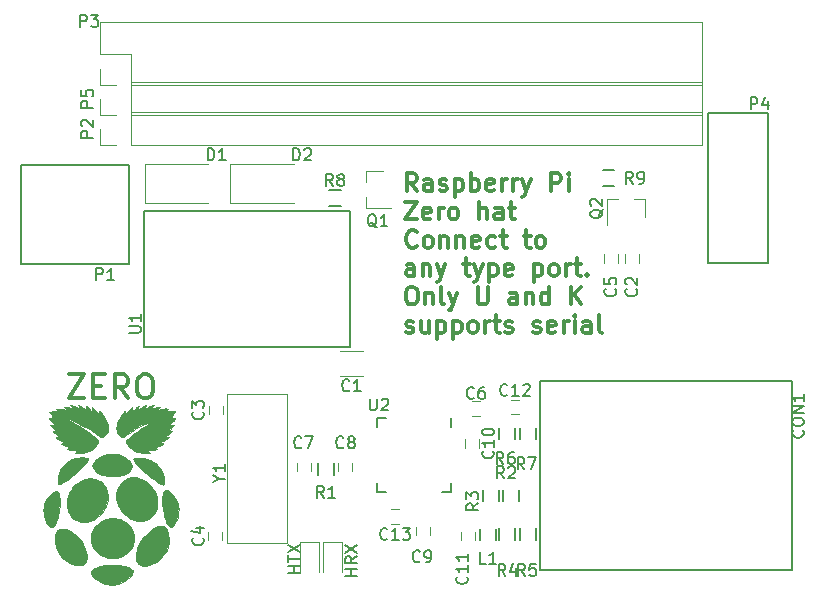
<source format=gbr>
G04 #@! TF.FileFunction,Legend,Top*
%FSLAX46Y46*%
G04 Gerber Fmt 4.6, Leading zero omitted, Abs format (unit mm)*
G04 Created by KiCad (PCBNEW 4.0.1-stable) date 19-02-2017 19:17:03*
%MOMM*%
G01*
G04 APERTURE LIST*
%ADD10C,0.100000*%
%ADD11C,0.150000*%
%ADD12C,0.300000*%
%ADD13C,0.350000*%
%ADD14C,0.120000*%
%ADD15C,0.010000*%
G04 APERTURE END LIST*
D10*
D11*
X-43742619Y12328595D02*
X-44742619Y12328595D01*
X-44266429Y12328595D02*
X-44266429Y12900024D01*
X-43742619Y12900024D02*
X-44742619Y12900024D01*
X-43742619Y13947643D02*
X-44218810Y13614309D01*
X-43742619Y13376214D02*
X-44742619Y13376214D01*
X-44742619Y13757167D01*
X-44695000Y13852405D01*
X-44647381Y13900024D01*
X-44552143Y13947643D01*
X-44409286Y13947643D01*
X-44314048Y13900024D01*
X-44266429Y13852405D01*
X-44218810Y13757167D01*
X-44218810Y13376214D01*
X-44742619Y14280976D02*
X-43742619Y14947643D01*
X-44742619Y14947643D02*
X-43742619Y14280976D01*
X-48568619Y12574643D02*
X-49568619Y12574643D01*
X-49092429Y12574643D02*
X-49092429Y13146072D01*
X-48568619Y13146072D02*
X-49568619Y13146072D01*
X-49568619Y13479405D02*
X-49568619Y14050834D01*
X-48568619Y13765119D02*
X-49568619Y13765119D01*
X-49568619Y14288929D02*
X-48568619Y14955596D01*
X-49568619Y14955596D02*
X-48568619Y14288929D01*
D12*
X-38662714Y44883429D02*
X-39162714Y45597714D01*
X-39519857Y44883429D02*
X-39519857Y46383429D01*
X-38948429Y46383429D01*
X-38805571Y46312000D01*
X-38734143Y46240571D01*
X-38662714Y46097714D01*
X-38662714Y45883429D01*
X-38734143Y45740571D01*
X-38805571Y45669143D01*
X-38948429Y45597714D01*
X-39519857Y45597714D01*
X-37377000Y44883429D02*
X-37377000Y45669143D01*
X-37448429Y45812000D01*
X-37591286Y45883429D01*
X-37877000Y45883429D01*
X-38019857Y45812000D01*
X-37377000Y44954857D02*
X-37519857Y44883429D01*
X-37877000Y44883429D01*
X-38019857Y44954857D01*
X-38091286Y45097714D01*
X-38091286Y45240571D01*
X-38019857Y45383429D01*
X-37877000Y45454857D01*
X-37519857Y45454857D01*
X-37377000Y45526286D01*
X-36734143Y44954857D02*
X-36591286Y44883429D01*
X-36305571Y44883429D01*
X-36162714Y44954857D01*
X-36091286Y45097714D01*
X-36091286Y45169143D01*
X-36162714Y45312000D01*
X-36305571Y45383429D01*
X-36519857Y45383429D01*
X-36662714Y45454857D01*
X-36734143Y45597714D01*
X-36734143Y45669143D01*
X-36662714Y45812000D01*
X-36519857Y45883429D01*
X-36305571Y45883429D01*
X-36162714Y45812000D01*
X-35448428Y45883429D02*
X-35448428Y44383429D01*
X-35448428Y45812000D02*
X-35305571Y45883429D01*
X-35019857Y45883429D01*
X-34877000Y45812000D01*
X-34805571Y45740571D01*
X-34734142Y45597714D01*
X-34734142Y45169143D01*
X-34805571Y45026286D01*
X-34877000Y44954857D01*
X-35019857Y44883429D01*
X-35305571Y44883429D01*
X-35448428Y44954857D01*
X-34091285Y44883429D02*
X-34091285Y46383429D01*
X-34091285Y45812000D02*
X-33948428Y45883429D01*
X-33662714Y45883429D01*
X-33519857Y45812000D01*
X-33448428Y45740571D01*
X-33376999Y45597714D01*
X-33376999Y45169143D01*
X-33448428Y45026286D01*
X-33519857Y44954857D01*
X-33662714Y44883429D01*
X-33948428Y44883429D01*
X-34091285Y44954857D01*
X-32162714Y44954857D02*
X-32305571Y44883429D01*
X-32591285Y44883429D01*
X-32734142Y44954857D01*
X-32805571Y45097714D01*
X-32805571Y45669143D01*
X-32734142Y45812000D01*
X-32591285Y45883429D01*
X-32305571Y45883429D01*
X-32162714Y45812000D01*
X-32091285Y45669143D01*
X-32091285Y45526286D01*
X-32805571Y45383429D01*
X-31448428Y44883429D02*
X-31448428Y45883429D01*
X-31448428Y45597714D02*
X-31377000Y45740571D01*
X-31305571Y45812000D01*
X-31162714Y45883429D01*
X-31019857Y45883429D01*
X-30519857Y44883429D02*
X-30519857Y45883429D01*
X-30519857Y45597714D02*
X-30448429Y45740571D01*
X-30377000Y45812000D01*
X-30234143Y45883429D01*
X-30091286Y45883429D01*
X-29734143Y45883429D02*
X-29377000Y44883429D01*
X-29019858Y45883429D02*
X-29377000Y44883429D01*
X-29519858Y44526286D01*
X-29591286Y44454857D01*
X-29734143Y44383429D01*
X-27305572Y44883429D02*
X-27305572Y46383429D01*
X-26734144Y46383429D01*
X-26591286Y46312000D01*
X-26519858Y46240571D01*
X-26448429Y46097714D01*
X-26448429Y45883429D01*
X-26519858Y45740571D01*
X-26591286Y45669143D01*
X-26734144Y45597714D01*
X-27305572Y45597714D01*
X-25805572Y44883429D02*
X-25805572Y45883429D01*
X-25805572Y46383429D02*
X-25877001Y46312000D01*
X-25805572Y46240571D01*
X-25734144Y46312000D01*
X-25805572Y46383429D01*
X-25805572Y46240571D01*
X-39662714Y43983429D02*
X-38662714Y43983429D01*
X-39662714Y42483429D01*
X-38662714Y42483429D01*
X-37519858Y42554857D02*
X-37662715Y42483429D01*
X-37948429Y42483429D01*
X-38091286Y42554857D01*
X-38162715Y42697714D01*
X-38162715Y43269143D01*
X-38091286Y43412000D01*
X-37948429Y43483429D01*
X-37662715Y43483429D01*
X-37519858Y43412000D01*
X-37448429Y43269143D01*
X-37448429Y43126286D01*
X-38162715Y42983429D01*
X-36805572Y42483429D02*
X-36805572Y43483429D01*
X-36805572Y43197714D02*
X-36734144Y43340571D01*
X-36662715Y43412000D01*
X-36519858Y43483429D01*
X-36377001Y43483429D01*
X-35662715Y42483429D02*
X-35805573Y42554857D01*
X-35877001Y42626286D01*
X-35948430Y42769143D01*
X-35948430Y43197714D01*
X-35877001Y43340571D01*
X-35805573Y43412000D01*
X-35662715Y43483429D01*
X-35448430Y43483429D01*
X-35305573Y43412000D01*
X-35234144Y43340571D01*
X-35162715Y43197714D01*
X-35162715Y42769143D01*
X-35234144Y42626286D01*
X-35305573Y42554857D01*
X-35448430Y42483429D01*
X-35662715Y42483429D01*
X-33377001Y42483429D02*
X-33377001Y43983429D01*
X-32734144Y42483429D02*
X-32734144Y43269143D01*
X-32805573Y43412000D01*
X-32948430Y43483429D01*
X-33162715Y43483429D01*
X-33305573Y43412000D01*
X-33377001Y43340571D01*
X-31377001Y42483429D02*
X-31377001Y43269143D01*
X-31448430Y43412000D01*
X-31591287Y43483429D01*
X-31877001Y43483429D01*
X-32019858Y43412000D01*
X-31377001Y42554857D02*
X-31519858Y42483429D01*
X-31877001Y42483429D01*
X-32019858Y42554857D01*
X-32091287Y42697714D01*
X-32091287Y42840571D01*
X-32019858Y42983429D01*
X-31877001Y43054857D01*
X-31519858Y43054857D01*
X-31377001Y43126286D01*
X-30877001Y43483429D02*
X-30305572Y43483429D01*
X-30662715Y43983429D02*
X-30662715Y42697714D01*
X-30591287Y42554857D01*
X-30448429Y42483429D01*
X-30305572Y42483429D01*
X-38662714Y40226286D02*
X-38734143Y40154857D01*
X-38948429Y40083429D01*
X-39091286Y40083429D01*
X-39305571Y40154857D01*
X-39448429Y40297714D01*
X-39519857Y40440571D01*
X-39591286Y40726286D01*
X-39591286Y40940571D01*
X-39519857Y41226286D01*
X-39448429Y41369143D01*
X-39305571Y41512000D01*
X-39091286Y41583429D01*
X-38948429Y41583429D01*
X-38734143Y41512000D01*
X-38662714Y41440571D01*
X-37805571Y40083429D02*
X-37948429Y40154857D01*
X-38019857Y40226286D01*
X-38091286Y40369143D01*
X-38091286Y40797714D01*
X-38019857Y40940571D01*
X-37948429Y41012000D01*
X-37805571Y41083429D01*
X-37591286Y41083429D01*
X-37448429Y41012000D01*
X-37377000Y40940571D01*
X-37305571Y40797714D01*
X-37305571Y40369143D01*
X-37377000Y40226286D01*
X-37448429Y40154857D01*
X-37591286Y40083429D01*
X-37805571Y40083429D01*
X-36662714Y41083429D02*
X-36662714Y40083429D01*
X-36662714Y40940571D02*
X-36591286Y41012000D01*
X-36448428Y41083429D01*
X-36234143Y41083429D01*
X-36091286Y41012000D01*
X-36019857Y40869143D01*
X-36019857Y40083429D01*
X-35305571Y41083429D02*
X-35305571Y40083429D01*
X-35305571Y40940571D02*
X-35234143Y41012000D01*
X-35091285Y41083429D01*
X-34877000Y41083429D01*
X-34734143Y41012000D01*
X-34662714Y40869143D01*
X-34662714Y40083429D01*
X-33377000Y40154857D02*
X-33519857Y40083429D01*
X-33805571Y40083429D01*
X-33948428Y40154857D01*
X-34019857Y40297714D01*
X-34019857Y40869143D01*
X-33948428Y41012000D01*
X-33805571Y41083429D01*
X-33519857Y41083429D01*
X-33377000Y41012000D01*
X-33305571Y40869143D01*
X-33305571Y40726286D01*
X-34019857Y40583429D01*
X-32019857Y40154857D02*
X-32162714Y40083429D01*
X-32448428Y40083429D01*
X-32591286Y40154857D01*
X-32662714Y40226286D01*
X-32734143Y40369143D01*
X-32734143Y40797714D01*
X-32662714Y40940571D01*
X-32591286Y41012000D01*
X-32448428Y41083429D01*
X-32162714Y41083429D01*
X-32019857Y41012000D01*
X-31591286Y41083429D02*
X-31019857Y41083429D01*
X-31377000Y41583429D02*
X-31377000Y40297714D01*
X-31305572Y40154857D01*
X-31162714Y40083429D01*
X-31019857Y40083429D01*
X-29591286Y41083429D02*
X-29019857Y41083429D01*
X-29377000Y41583429D02*
X-29377000Y40297714D01*
X-29305572Y40154857D01*
X-29162714Y40083429D01*
X-29019857Y40083429D01*
X-28305571Y40083429D02*
X-28448429Y40154857D01*
X-28519857Y40226286D01*
X-28591286Y40369143D01*
X-28591286Y40797714D01*
X-28519857Y40940571D01*
X-28448429Y41012000D01*
X-28305571Y41083429D01*
X-28091286Y41083429D01*
X-27948429Y41012000D01*
X-27877000Y40940571D01*
X-27805571Y40797714D01*
X-27805571Y40369143D01*
X-27877000Y40226286D01*
X-27948429Y40154857D01*
X-28091286Y40083429D01*
X-28305571Y40083429D01*
X-38877000Y37683429D02*
X-38877000Y38469143D01*
X-38948429Y38612000D01*
X-39091286Y38683429D01*
X-39377000Y38683429D01*
X-39519857Y38612000D01*
X-38877000Y37754857D02*
X-39019857Y37683429D01*
X-39377000Y37683429D01*
X-39519857Y37754857D01*
X-39591286Y37897714D01*
X-39591286Y38040571D01*
X-39519857Y38183429D01*
X-39377000Y38254857D01*
X-39019857Y38254857D01*
X-38877000Y38326286D01*
X-38162714Y38683429D02*
X-38162714Y37683429D01*
X-38162714Y38540571D02*
X-38091286Y38612000D01*
X-37948428Y38683429D01*
X-37734143Y38683429D01*
X-37591286Y38612000D01*
X-37519857Y38469143D01*
X-37519857Y37683429D01*
X-36948428Y38683429D02*
X-36591285Y37683429D01*
X-36234143Y38683429D02*
X-36591285Y37683429D01*
X-36734143Y37326286D01*
X-36805571Y37254857D01*
X-36948428Y37183429D01*
X-34734143Y38683429D02*
X-34162714Y38683429D01*
X-34519857Y39183429D02*
X-34519857Y37897714D01*
X-34448429Y37754857D01*
X-34305571Y37683429D01*
X-34162714Y37683429D01*
X-33805571Y38683429D02*
X-33448428Y37683429D01*
X-33091286Y38683429D02*
X-33448428Y37683429D01*
X-33591286Y37326286D01*
X-33662714Y37254857D01*
X-33805571Y37183429D01*
X-32519857Y38683429D02*
X-32519857Y37183429D01*
X-32519857Y38612000D02*
X-32377000Y38683429D01*
X-32091286Y38683429D01*
X-31948429Y38612000D01*
X-31877000Y38540571D01*
X-31805571Y38397714D01*
X-31805571Y37969143D01*
X-31877000Y37826286D01*
X-31948429Y37754857D01*
X-32091286Y37683429D01*
X-32377000Y37683429D01*
X-32519857Y37754857D01*
X-30591286Y37754857D02*
X-30734143Y37683429D01*
X-31019857Y37683429D01*
X-31162714Y37754857D01*
X-31234143Y37897714D01*
X-31234143Y38469143D01*
X-31162714Y38612000D01*
X-31019857Y38683429D01*
X-30734143Y38683429D01*
X-30591286Y38612000D01*
X-30519857Y38469143D01*
X-30519857Y38326286D01*
X-31234143Y38183429D01*
X-28734143Y38683429D02*
X-28734143Y37183429D01*
X-28734143Y38612000D02*
X-28591286Y38683429D01*
X-28305572Y38683429D01*
X-28162715Y38612000D01*
X-28091286Y38540571D01*
X-28019857Y38397714D01*
X-28019857Y37969143D01*
X-28091286Y37826286D01*
X-28162715Y37754857D01*
X-28305572Y37683429D01*
X-28591286Y37683429D01*
X-28734143Y37754857D01*
X-27162714Y37683429D02*
X-27305572Y37754857D01*
X-27377000Y37826286D01*
X-27448429Y37969143D01*
X-27448429Y38397714D01*
X-27377000Y38540571D01*
X-27305572Y38612000D01*
X-27162714Y38683429D01*
X-26948429Y38683429D01*
X-26805572Y38612000D01*
X-26734143Y38540571D01*
X-26662714Y38397714D01*
X-26662714Y37969143D01*
X-26734143Y37826286D01*
X-26805572Y37754857D01*
X-26948429Y37683429D01*
X-27162714Y37683429D01*
X-26019857Y37683429D02*
X-26019857Y38683429D01*
X-26019857Y38397714D02*
X-25948429Y38540571D01*
X-25877000Y38612000D01*
X-25734143Y38683429D01*
X-25591286Y38683429D01*
X-25305572Y38683429D02*
X-24734143Y38683429D01*
X-25091286Y39183429D02*
X-25091286Y37897714D01*
X-25019858Y37754857D01*
X-24877000Y37683429D01*
X-24734143Y37683429D01*
X-24234143Y37826286D02*
X-24162715Y37754857D01*
X-24234143Y37683429D01*
X-24305572Y37754857D01*
X-24234143Y37826286D01*
X-24234143Y37683429D01*
X-39234143Y36783429D02*
X-38948429Y36783429D01*
X-38805571Y36712000D01*
X-38662714Y36569143D01*
X-38591286Y36283429D01*
X-38591286Y35783429D01*
X-38662714Y35497714D01*
X-38805571Y35354857D01*
X-38948429Y35283429D01*
X-39234143Y35283429D01*
X-39377000Y35354857D01*
X-39519857Y35497714D01*
X-39591286Y35783429D01*
X-39591286Y36283429D01*
X-39519857Y36569143D01*
X-39377000Y36712000D01*
X-39234143Y36783429D01*
X-37948428Y36283429D02*
X-37948428Y35283429D01*
X-37948428Y36140571D02*
X-37877000Y36212000D01*
X-37734142Y36283429D01*
X-37519857Y36283429D01*
X-37377000Y36212000D01*
X-37305571Y36069143D01*
X-37305571Y35283429D01*
X-36376999Y35283429D02*
X-36519857Y35354857D01*
X-36591285Y35497714D01*
X-36591285Y36783429D01*
X-35948428Y36283429D02*
X-35591285Y35283429D01*
X-35234143Y36283429D02*
X-35591285Y35283429D01*
X-35734143Y34926286D01*
X-35805571Y34854857D01*
X-35948428Y34783429D01*
X-33519857Y36783429D02*
X-33519857Y35569143D01*
X-33448429Y35426286D01*
X-33377000Y35354857D01*
X-33234143Y35283429D01*
X-32948429Y35283429D01*
X-32805571Y35354857D01*
X-32734143Y35426286D01*
X-32662714Y35569143D01*
X-32662714Y36783429D01*
X-30162714Y35283429D02*
X-30162714Y36069143D01*
X-30234143Y36212000D01*
X-30377000Y36283429D01*
X-30662714Y36283429D01*
X-30805571Y36212000D01*
X-30162714Y35354857D02*
X-30305571Y35283429D01*
X-30662714Y35283429D01*
X-30805571Y35354857D01*
X-30877000Y35497714D01*
X-30877000Y35640571D01*
X-30805571Y35783429D01*
X-30662714Y35854857D01*
X-30305571Y35854857D01*
X-30162714Y35926286D01*
X-29448428Y36283429D02*
X-29448428Y35283429D01*
X-29448428Y36140571D02*
X-29377000Y36212000D01*
X-29234142Y36283429D01*
X-29019857Y36283429D01*
X-28877000Y36212000D01*
X-28805571Y36069143D01*
X-28805571Y35283429D01*
X-27448428Y35283429D02*
X-27448428Y36783429D01*
X-27448428Y35354857D02*
X-27591285Y35283429D01*
X-27876999Y35283429D01*
X-28019857Y35354857D01*
X-28091285Y35426286D01*
X-28162714Y35569143D01*
X-28162714Y35997714D01*
X-28091285Y36140571D01*
X-28019857Y36212000D01*
X-27876999Y36283429D01*
X-27591285Y36283429D01*
X-27448428Y36212000D01*
X-25591285Y35283429D02*
X-25591285Y36783429D01*
X-24734142Y35283429D02*
X-25376999Y36140571D01*
X-24734142Y36783429D02*
X-25591285Y35926286D01*
X-39591286Y32954857D02*
X-39448429Y32883429D01*
X-39162714Y32883429D01*
X-39019857Y32954857D01*
X-38948429Y33097714D01*
X-38948429Y33169143D01*
X-39019857Y33312000D01*
X-39162714Y33383429D01*
X-39377000Y33383429D01*
X-39519857Y33454857D01*
X-39591286Y33597714D01*
X-39591286Y33669143D01*
X-39519857Y33812000D01*
X-39377000Y33883429D01*
X-39162714Y33883429D01*
X-39019857Y33812000D01*
X-37662714Y33883429D02*
X-37662714Y32883429D01*
X-38305571Y33883429D02*
X-38305571Y33097714D01*
X-38234143Y32954857D01*
X-38091285Y32883429D01*
X-37877000Y32883429D01*
X-37734143Y32954857D01*
X-37662714Y33026286D01*
X-36948428Y33883429D02*
X-36948428Y32383429D01*
X-36948428Y33812000D02*
X-36805571Y33883429D01*
X-36519857Y33883429D01*
X-36377000Y33812000D01*
X-36305571Y33740571D01*
X-36234142Y33597714D01*
X-36234142Y33169143D01*
X-36305571Y33026286D01*
X-36377000Y32954857D01*
X-36519857Y32883429D01*
X-36805571Y32883429D01*
X-36948428Y32954857D01*
X-35591285Y33883429D02*
X-35591285Y32383429D01*
X-35591285Y33812000D02*
X-35448428Y33883429D01*
X-35162714Y33883429D01*
X-35019857Y33812000D01*
X-34948428Y33740571D01*
X-34876999Y33597714D01*
X-34876999Y33169143D01*
X-34948428Y33026286D01*
X-35019857Y32954857D01*
X-35162714Y32883429D01*
X-35448428Y32883429D01*
X-35591285Y32954857D01*
X-34019856Y32883429D02*
X-34162714Y32954857D01*
X-34234142Y33026286D01*
X-34305571Y33169143D01*
X-34305571Y33597714D01*
X-34234142Y33740571D01*
X-34162714Y33812000D01*
X-34019856Y33883429D01*
X-33805571Y33883429D01*
X-33662714Y33812000D01*
X-33591285Y33740571D01*
X-33519856Y33597714D01*
X-33519856Y33169143D01*
X-33591285Y33026286D01*
X-33662714Y32954857D01*
X-33805571Y32883429D01*
X-34019856Y32883429D01*
X-32876999Y32883429D02*
X-32876999Y33883429D01*
X-32876999Y33597714D02*
X-32805571Y33740571D01*
X-32734142Y33812000D01*
X-32591285Y33883429D01*
X-32448428Y33883429D01*
X-32162714Y33883429D02*
X-31591285Y33883429D01*
X-31948428Y34383429D02*
X-31948428Y33097714D01*
X-31877000Y32954857D01*
X-31734142Y32883429D01*
X-31591285Y32883429D01*
X-31162714Y32954857D02*
X-31019857Y32883429D01*
X-30734142Y32883429D01*
X-30591285Y32954857D01*
X-30519857Y33097714D01*
X-30519857Y33169143D01*
X-30591285Y33312000D01*
X-30734142Y33383429D01*
X-30948428Y33383429D01*
X-31091285Y33454857D01*
X-31162714Y33597714D01*
X-31162714Y33669143D01*
X-31091285Y33812000D01*
X-30948428Y33883429D01*
X-30734142Y33883429D01*
X-30591285Y33812000D01*
X-28805571Y32954857D02*
X-28662714Y32883429D01*
X-28376999Y32883429D01*
X-28234142Y32954857D01*
X-28162714Y33097714D01*
X-28162714Y33169143D01*
X-28234142Y33312000D01*
X-28376999Y33383429D01*
X-28591285Y33383429D01*
X-28734142Y33454857D01*
X-28805571Y33597714D01*
X-28805571Y33669143D01*
X-28734142Y33812000D01*
X-28591285Y33883429D01*
X-28376999Y33883429D01*
X-28234142Y33812000D01*
X-26948428Y32954857D02*
X-27091285Y32883429D01*
X-27376999Y32883429D01*
X-27519856Y32954857D01*
X-27591285Y33097714D01*
X-27591285Y33669143D01*
X-27519856Y33812000D01*
X-27376999Y33883429D01*
X-27091285Y33883429D01*
X-26948428Y33812000D01*
X-26876999Y33669143D01*
X-26876999Y33526286D01*
X-27591285Y33383429D01*
X-26234142Y32883429D02*
X-26234142Y33883429D01*
X-26234142Y33597714D02*
X-26162714Y33740571D01*
X-26091285Y33812000D01*
X-25948428Y33883429D01*
X-25805571Y33883429D01*
X-25305571Y32883429D02*
X-25305571Y33883429D01*
X-25305571Y34383429D02*
X-25377000Y34312000D01*
X-25305571Y34240571D01*
X-25234143Y34312000D01*
X-25305571Y34383429D01*
X-25305571Y34240571D01*
X-23948428Y32883429D02*
X-23948428Y33669143D01*
X-24019857Y33812000D01*
X-24162714Y33883429D01*
X-24448428Y33883429D01*
X-24591285Y33812000D01*
X-23948428Y32954857D02*
X-24091285Y32883429D01*
X-24448428Y32883429D01*
X-24591285Y32954857D01*
X-24662714Y33097714D01*
X-24662714Y33240571D01*
X-24591285Y33383429D01*
X-24448428Y33454857D01*
X-24091285Y33454857D01*
X-23948428Y33526286D01*
X-23019856Y32883429D02*
X-23162714Y32954857D01*
X-23234142Y33097714D01*
X-23234142Y34383429D01*
D13*
X-68134048Y29354238D02*
X-66800714Y29354238D01*
X-68134048Y27354238D01*
X-66800714Y27354238D01*
X-66038810Y28401857D02*
X-65372143Y28401857D01*
X-65086429Y27354238D02*
X-66038810Y27354238D01*
X-66038810Y29354238D01*
X-65086429Y29354238D01*
X-63086428Y27354238D02*
X-63753095Y28306619D01*
X-64229286Y27354238D02*
X-64229286Y29354238D01*
X-63467381Y29354238D01*
X-63276905Y29259000D01*
X-63181666Y29163762D01*
X-63086428Y28973286D01*
X-63086428Y28687571D01*
X-63181666Y28497095D01*
X-63276905Y28401857D01*
X-63467381Y28306619D01*
X-64229286Y28306619D01*
X-61848333Y29354238D02*
X-61467381Y29354238D01*
X-61276905Y29259000D01*
X-61086428Y29068524D01*
X-60991190Y28687571D01*
X-60991190Y28020905D01*
X-61086428Y27639952D01*
X-61276905Y27449476D01*
X-61467381Y27354238D01*
X-61848333Y27354238D01*
X-62038809Y27449476D01*
X-62229286Y27639952D01*
X-62324524Y28020905D01*
X-62324524Y28687571D01*
X-62229286Y29068524D01*
X-62038809Y29259000D01*
X-61848333Y29354238D01*
D14*
X-42986500Y46603000D02*
X-42986500Y45673000D01*
X-42986500Y43443000D02*
X-42986500Y44373000D01*
X-42986500Y43443000D02*
X-40826500Y43443000D01*
X-42986500Y46603000D02*
X-41526500Y46603000D01*
X-49646000Y15120000D02*
X-49646000Y27720000D01*
X-49646000Y27720000D02*
X-54746000Y27720000D01*
X-54746000Y27720000D02*
X-54746000Y15120000D01*
X-49646000Y15120000D02*
X-54746000Y15120000D01*
D11*
X-31662000Y23860964D02*
X-31662000Y24860964D01*
X-30312000Y24860964D02*
X-30312000Y23860964D01*
D14*
X-33316000Y25881000D02*
X-34016000Y25881000D01*
X-34016000Y27081000D02*
X-33316000Y27081000D01*
X-44128400Y21880800D02*
X-44128400Y21180800D01*
X-45328400Y21180800D02*
X-45328400Y21880800D01*
D11*
X-6859000Y28771000D02*
X-6859000Y12771000D01*
X-28259000Y28771000D02*
X-28259000Y12771000D01*
X-6859000Y12771000D02*
X-28259000Y12771000D01*
X-6859000Y28771000D02*
X-28259000Y28771000D01*
X-28597500Y16325700D02*
X-28597500Y15325700D01*
X-29947500Y15325700D02*
X-29947500Y16325700D01*
D14*
X-30702000Y27208000D02*
X-30002000Y27208000D01*
X-30002000Y26008000D02*
X-30702000Y26008000D01*
D11*
X-28597500Y24860964D02*
X-28597500Y23860964D01*
X-29947500Y23860964D02*
X-29947500Y24860964D01*
X-35729336Y19367460D02*
X-36519336Y19367460D01*
X-42029336Y25667460D02*
X-41239336Y25667460D01*
X-42029336Y19367460D02*
X-41239336Y19367460D01*
X-35729336Y25667460D02*
X-35729336Y24877460D01*
X-42029336Y25667460D02*
X-42029336Y24877460D01*
X-42029336Y19367460D02*
X-42029336Y20157460D01*
X-35729336Y19367460D02*
X-35729336Y20157460D01*
X-31662000Y15325700D02*
X-31662000Y16325700D01*
X-30312000Y16325700D02*
X-30312000Y15325700D01*
X-61792920Y31693640D02*
X-44292920Y31693640D01*
X-44292920Y43193640D02*
X-61792920Y43193640D01*
X-44292920Y31693640D02*
X-44292920Y43193640D01*
X-61792920Y31693640D02*
X-61792920Y43193640D01*
D14*
X-61702160Y47160680D02*
X-61702160Y43860680D01*
X-61702160Y43860680D02*
X-56302160Y43860680D01*
X-61702160Y47160680D02*
X-56302160Y47160680D01*
X-54473320Y47155600D02*
X-54473320Y43855600D01*
X-54473320Y43855600D02*
X-49073320Y43855600D01*
X-54473320Y47155600D02*
X-49073320Y47155600D01*
D11*
X-63013800Y38689400D02*
X-63013800Y47089400D01*
X-72213800Y47089400D02*
X-63013800Y47089400D01*
X-72213800Y38689400D02*
X-72213800Y47089400D01*
X-72213800Y38689400D02*
X-63013800Y38689400D01*
D14*
X-62860000Y48760000D02*
X-14480000Y48760000D01*
X-14480000Y48760000D02*
X-14480000Y51540000D01*
X-14480000Y51540000D02*
X-62860000Y51540000D01*
X-62860000Y51540000D02*
X-62860000Y48760000D01*
X-64130000Y48760000D02*
X-65520000Y48760000D01*
X-65520000Y48760000D02*
X-65520000Y50150000D01*
X-62860000Y53840000D02*
X-14480000Y53840000D01*
X-14480000Y53840000D02*
X-14480000Y59160000D01*
X-14480000Y59160000D02*
X-65520000Y59160000D01*
X-65520000Y59160000D02*
X-65520000Y56500000D01*
X-65520000Y56500000D02*
X-62860000Y56500000D01*
X-62860000Y56500000D02*
X-62860000Y53840000D01*
X-64130000Y53840000D02*
X-65520000Y53840000D01*
X-65520000Y53840000D02*
X-65520000Y55230000D01*
D11*
X-8929640Y51525400D02*
X-8929640Y38825400D01*
X-8929640Y38825400D02*
X-14009640Y38825400D01*
X-14009640Y51525400D02*
X-14009640Y38825400D01*
X-8929640Y51525400D02*
X-14009640Y51525400D01*
D14*
X-62860000Y51300000D02*
X-14480000Y51300000D01*
X-14480000Y51300000D02*
X-14480000Y54080000D01*
X-14480000Y54080000D02*
X-62860000Y54080000D01*
X-62860000Y54080000D02*
X-62860000Y51300000D01*
X-64130000Y51300000D02*
X-65520000Y51300000D01*
X-65520000Y51300000D02*
X-65520000Y52690000D01*
X-21046000Y38831000D02*
X-21046000Y39531000D01*
X-19846000Y39531000D02*
X-19846000Y38831000D01*
X-55091040Y26704000D02*
X-55091040Y26004000D01*
X-56291040Y26004000D02*
X-56291040Y26704000D01*
X-56352000Y15336000D02*
X-56352000Y16036000D01*
X-55152000Y16036000D02*
X-55152000Y15336000D01*
X-22824000Y38831000D02*
X-22824000Y39531000D01*
X-21624000Y39531000D02*
X-21624000Y38831000D01*
X-48808200Y21180800D02*
X-48808200Y21880800D01*
X-47608200Y21880800D02*
X-47608200Y21180800D01*
X-38762500Y15780500D02*
X-38762500Y16480500D01*
X-37562500Y16480500D02*
X-37562500Y15780500D01*
X-33752500Y16024000D02*
X-33752500Y15324000D01*
X-34952500Y15324000D02*
X-34952500Y16024000D01*
D11*
X-31988400Y16313000D02*
X-31988400Y15313000D01*
X-33338400Y15313000D02*
X-33338400Y16313000D01*
X-47054400Y20878400D02*
X-47054400Y21878400D01*
X-45704400Y21878400D02*
X-45704400Y20878400D01*
X-31721700Y19615000D02*
X-31721700Y18615000D01*
X-33071700Y18615000D02*
X-33071700Y19615000D01*
X-30032600Y19615000D02*
X-30032600Y18615000D01*
X-31382600Y18615000D02*
X-31382600Y19615000D01*
D14*
X-40850000Y17937000D02*
X-40150000Y17937000D01*
X-40150000Y16737000D02*
X-40850000Y16737000D01*
D15*
G36*
X-64201324Y13249405D02*
X-64058105Y13244917D01*
X-63929208Y13237829D01*
X-63821100Y13228149D01*
X-63762881Y13220110D01*
X-63567160Y13181635D01*
X-63384679Y13134853D01*
X-63218167Y13080970D01*
X-63070351Y13021191D01*
X-62943960Y12956723D01*
X-62841723Y12888771D01*
X-62766367Y12818540D01*
X-62727844Y12762644D01*
X-62705356Y12691954D01*
X-62708406Y12614498D01*
X-62737634Y12528901D01*
X-62793680Y12433786D01*
X-62877183Y12327776D01*
X-62981889Y12216359D01*
X-63184446Y12035529D01*
X-63402625Y11881526D01*
X-63634740Y11755252D01*
X-63879107Y11657608D01*
X-64134040Y11589496D01*
X-64164709Y11583455D01*
X-64276102Y11568482D01*
X-64407551Y11560572D01*
X-64548182Y11559615D01*
X-64687122Y11565500D01*
X-64813498Y11578119D01*
X-64888063Y11590773D01*
X-65127321Y11656301D01*
X-65364210Y11750726D01*
X-65593380Y11871334D01*
X-65809481Y12015412D01*
X-65951688Y12130157D01*
X-66070082Y12240789D01*
X-66159469Y12341337D01*
X-66220341Y12433460D01*
X-66253188Y12518816D01*
X-66258504Y12599063D01*
X-66236780Y12675859D01*
X-66188507Y12750862D01*
X-66148597Y12794138D01*
X-66063912Y12862259D01*
X-65951351Y12929533D01*
X-65814782Y12994522D01*
X-65658076Y13055790D01*
X-65485099Y13111897D01*
X-65299721Y13161405D01*
X-65105811Y13202877D01*
X-64999188Y13221381D01*
X-64905865Y13232627D01*
X-64788057Y13241234D01*
X-64652231Y13247209D01*
X-64504855Y13250558D01*
X-64352397Y13251288D01*
X-64201324Y13249405D01*
X-64201324Y13249405D01*
G37*
X-64201324Y13249405D02*
X-64058105Y13244917D01*
X-63929208Y13237829D01*
X-63821100Y13228149D01*
X-63762881Y13220110D01*
X-63567160Y13181635D01*
X-63384679Y13134853D01*
X-63218167Y13080970D01*
X-63070351Y13021191D01*
X-62943960Y12956723D01*
X-62841723Y12888771D01*
X-62766367Y12818540D01*
X-62727844Y12762644D01*
X-62705356Y12691954D01*
X-62708406Y12614498D01*
X-62737634Y12528901D01*
X-62793680Y12433786D01*
X-62877183Y12327776D01*
X-62981889Y12216359D01*
X-63184446Y12035529D01*
X-63402625Y11881526D01*
X-63634740Y11755252D01*
X-63879107Y11657608D01*
X-64134040Y11589496D01*
X-64164709Y11583455D01*
X-64276102Y11568482D01*
X-64407551Y11560572D01*
X-64548182Y11559615D01*
X-64687122Y11565500D01*
X-64813498Y11578119D01*
X-64888063Y11590773D01*
X-65127321Y11656301D01*
X-65364210Y11750726D01*
X-65593380Y11871334D01*
X-65809481Y12015412D01*
X-65951688Y12130157D01*
X-66070082Y12240789D01*
X-66159469Y12341337D01*
X-66220341Y12433460D01*
X-66253188Y12518816D01*
X-66258504Y12599063D01*
X-66236780Y12675859D01*
X-66188507Y12750862D01*
X-66148597Y12794138D01*
X-66063912Y12862259D01*
X-65951351Y12929533D01*
X-65814782Y12994522D01*
X-65658076Y13055790D01*
X-65485099Y13111897D01*
X-65299721Y13161405D01*
X-65105811Y13202877D01*
X-64999188Y13221381D01*
X-64905865Y13232627D01*
X-64788057Y13241234D01*
X-64652231Y13247209D01*
X-64504855Y13250558D01*
X-64352397Y13251288D01*
X-64201324Y13249405D01*
G36*
X-60294866Y16550032D02*
X-60188486Y16527832D01*
X-60087010Y16486884D01*
X-59999022Y16431626D01*
X-59933108Y16366492D01*
X-59929083Y16361041D01*
X-59851541Y16230286D01*
X-59787356Y16075311D01*
X-59737039Y15900929D01*
X-59701102Y15711956D01*
X-59680055Y15513204D01*
X-59674410Y15309489D01*
X-59684676Y15105624D01*
X-59711364Y14906424D01*
X-59754723Y14717625D01*
X-59822763Y14528644D01*
X-59919902Y14335565D01*
X-60044296Y14141400D01*
X-60194101Y13949165D01*
X-60291671Y13839990D01*
X-60480634Y13659261D01*
X-60685156Y13502636D01*
X-60902071Y13372060D01*
X-61128212Y13269483D01*
X-61320981Y13206913D01*
X-61420794Y13186708D01*
X-61537823Y13173220D01*
X-61662425Y13166686D01*
X-61784958Y13167341D01*
X-61895781Y13175423D01*
X-61983348Y13190677D01*
X-62103518Y13227847D01*
X-62198349Y13272784D01*
X-62273925Y13328727D01*
X-62307667Y13363276D01*
X-62374427Y13462211D01*
X-62422126Y13583784D01*
X-62450980Y13725405D01*
X-62461203Y13884484D01*
X-62453011Y14058429D01*
X-62426618Y14244651D01*
X-62382240Y14440559D01*
X-62320091Y14643563D01*
X-62240388Y14851071D01*
X-62171500Y15003375D01*
X-62091082Y15160588D01*
X-62006605Y15304686D01*
X-61913978Y15441048D01*
X-61809113Y15575049D01*
X-61687919Y15712065D01*
X-61546307Y15857474D01*
X-61453035Y15947938D01*
X-61264468Y16117135D01*
X-61082211Y16259340D01*
X-60907109Y16374113D01*
X-60740011Y16461012D01*
X-60581763Y16519598D01*
X-60433212Y16549430D01*
X-60295205Y16550068D01*
X-60294866Y16550032D01*
X-60294866Y16550032D01*
G37*
X-60294866Y16550032D02*
X-60188486Y16527832D01*
X-60087010Y16486884D01*
X-59999022Y16431626D01*
X-59933108Y16366492D01*
X-59929083Y16361041D01*
X-59851541Y16230286D01*
X-59787356Y16075311D01*
X-59737039Y15900929D01*
X-59701102Y15711956D01*
X-59680055Y15513204D01*
X-59674410Y15309489D01*
X-59684676Y15105624D01*
X-59711364Y14906424D01*
X-59754723Y14717625D01*
X-59822763Y14528644D01*
X-59919902Y14335565D01*
X-60044296Y14141400D01*
X-60194101Y13949165D01*
X-60291671Y13839990D01*
X-60480634Y13659261D01*
X-60685156Y13502636D01*
X-60902071Y13372060D01*
X-61128212Y13269483D01*
X-61320981Y13206913D01*
X-61420794Y13186708D01*
X-61537823Y13173220D01*
X-61662425Y13166686D01*
X-61784958Y13167341D01*
X-61895781Y13175423D01*
X-61983348Y13190677D01*
X-62103518Y13227847D01*
X-62198349Y13272784D01*
X-62273925Y13328727D01*
X-62307667Y13363276D01*
X-62374427Y13462211D01*
X-62422126Y13583784D01*
X-62450980Y13725405D01*
X-62461203Y13884484D01*
X-62453011Y14058429D01*
X-62426618Y14244651D01*
X-62382240Y14440559D01*
X-62320091Y14643563D01*
X-62240388Y14851071D01*
X-62171500Y15003375D01*
X-62091082Y15160588D01*
X-62006605Y15304686D01*
X-61913978Y15441048D01*
X-61809113Y15575049D01*
X-61687919Y15712065D01*
X-61546307Y15857474D01*
X-61453035Y15947938D01*
X-61264468Y16117135D01*
X-61082211Y16259340D01*
X-60907109Y16374113D01*
X-60740011Y16461012D01*
X-60581763Y16519598D01*
X-60433212Y16549430D01*
X-60295205Y16550068D01*
X-60294866Y16550032D01*
G36*
X-68560841Y16284927D02*
X-68392913Y16255451D01*
X-68218403Y16199758D01*
X-68039661Y16118152D01*
X-67967813Y16078501D01*
X-67834310Y15993388D01*
X-67692910Y15889408D01*
X-67549266Y15771743D01*
X-67409029Y15645571D01*
X-67277849Y15516074D01*
X-67161378Y15388433D01*
X-67065267Y15267827D01*
X-67033070Y15221632D01*
X-66905362Y15007781D01*
X-66798052Y14783734D01*
X-66712840Y14554597D01*
X-66651425Y14325472D01*
X-66615507Y14101464D01*
X-66606321Y13939750D01*
X-66613814Y13768027D01*
X-66639668Y13621518D01*
X-66684439Y13499148D01*
X-66748688Y13399843D01*
X-66832971Y13322527D01*
X-66937849Y13266125D01*
X-66960664Y13257500D01*
X-67047526Y13235234D01*
X-67156293Y13220424D01*
X-67277954Y13213310D01*
X-67403495Y13214132D01*
X-67523902Y13223132D01*
X-67626500Y13239732D01*
X-67850599Y13305034D01*
X-68069522Y13400342D01*
X-68280902Y13524038D01*
X-68482371Y13674502D01*
X-68671560Y13850116D01*
X-68846100Y14049261D01*
X-68885616Y14100469D01*
X-68968819Y14226730D01*
X-69048630Y14377822D01*
X-69122211Y14546832D01*
X-69186724Y14726846D01*
X-69239329Y14910950D01*
X-69264611Y15023572D01*
X-69285242Y15156355D01*
X-69297422Y15299872D01*
X-69301149Y15445631D01*
X-69296418Y15585139D01*
X-69283227Y15709903D01*
X-69264938Y15799572D01*
X-69215644Y15946834D01*
X-69155661Y16064488D01*
X-69084751Y16152910D01*
X-69002676Y16212471D01*
X-69001660Y16212993D01*
X-68867562Y16264003D01*
X-68719840Y16287879D01*
X-68560841Y16284927D01*
X-68560841Y16284927D01*
G37*
X-68560841Y16284927D02*
X-68392913Y16255451D01*
X-68218403Y16199758D01*
X-68039661Y16118152D01*
X-67967813Y16078501D01*
X-67834310Y15993388D01*
X-67692910Y15889408D01*
X-67549266Y15771743D01*
X-67409029Y15645571D01*
X-67277849Y15516074D01*
X-67161378Y15388433D01*
X-67065267Y15267827D01*
X-67033070Y15221632D01*
X-66905362Y15007781D01*
X-66798052Y14783734D01*
X-66712840Y14554597D01*
X-66651425Y14325472D01*
X-66615507Y14101464D01*
X-66606321Y13939750D01*
X-66613814Y13768027D01*
X-66639668Y13621518D01*
X-66684439Y13499148D01*
X-66748688Y13399843D01*
X-66832971Y13322527D01*
X-66937849Y13266125D01*
X-66960664Y13257500D01*
X-67047526Y13235234D01*
X-67156293Y13220424D01*
X-67277954Y13213310D01*
X-67403495Y13214132D01*
X-67523902Y13223132D01*
X-67626500Y13239732D01*
X-67850599Y13305034D01*
X-68069522Y13400342D01*
X-68280902Y13524038D01*
X-68482371Y13674502D01*
X-68671560Y13850116D01*
X-68846100Y14049261D01*
X-68885616Y14100469D01*
X-68968819Y14226730D01*
X-69048630Y14377822D01*
X-69122211Y14546832D01*
X-69186724Y14726846D01*
X-69239329Y14910950D01*
X-69264611Y15023572D01*
X-69285242Y15156355D01*
X-69297422Y15299872D01*
X-69301149Y15445631D01*
X-69296418Y15585139D01*
X-69283227Y15709903D01*
X-69264938Y15799572D01*
X-69215644Y15946834D01*
X-69155661Y16064488D01*
X-69084751Y16152910D01*
X-69002676Y16212471D01*
X-69001660Y16212993D01*
X-68867562Y16264003D01*
X-68719840Y16287879D01*
X-68560841Y16284927D01*
G36*
X-64324264Y17184228D02*
X-64197387Y17176526D01*
X-64087982Y17163109D01*
X-64054625Y17156855D01*
X-63814163Y17091495D01*
X-63590618Y17001033D01*
X-63385450Y16886754D01*
X-63200117Y16749941D01*
X-63036080Y16591880D01*
X-62894798Y16413854D01*
X-62777730Y16217149D01*
X-62686336Y16003049D01*
X-62663052Y15932063D01*
X-62647459Y15879060D01*
X-62636091Y15833047D01*
X-62628286Y15787388D01*
X-62623380Y15735450D01*
X-62620711Y15670597D01*
X-62619615Y15586195D01*
X-62619425Y15495500D01*
X-62619716Y15389534D01*
X-62621026Y15308730D01*
X-62624008Y15246504D01*
X-62629315Y15196272D01*
X-62637602Y15151448D01*
X-62649522Y15105448D01*
X-62662425Y15062366D01*
X-62723012Y14890176D01*
X-62793315Y14738623D01*
X-62874881Y14602074D01*
X-63012607Y14423201D01*
X-63174653Y14262871D01*
X-63358418Y14122795D01*
X-63561301Y14004682D01*
X-63780702Y13910244D01*
X-64014020Y13841190D01*
X-64041328Y13835019D01*
X-64091485Y13826917D01*
X-64162434Y13819237D01*
X-64247122Y13812339D01*
X-64338501Y13806585D01*
X-64429517Y13802338D01*
X-64513122Y13799959D01*
X-64582263Y13799811D01*
X-64629890Y13802254D01*
X-64642000Y13804192D01*
X-64668603Y13809392D01*
X-64716779Y13817844D01*
X-64776740Y13827839D01*
X-64784875Y13829160D01*
X-64993349Y13877696D01*
X-65200967Y13954109D01*
X-65401367Y14055007D01*
X-65588187Y14176999D01*
X-65755064Y14316693D01*
X-65817442Y14379579D01*
X-65960972Y14555005D01*
X-66076653Y14742821D01*
X-66164529Y14940338D01*
X-66224646Y15144869D01*
X-66257050Y15353728D01*
X-66261787Y15564228D01*
X-66238901Y15773681D01*
X-66188440Y15979400D01*
X-66110447Y16178698D01*
X-66004970Y16368888D01*
X-65872054Y16547283D01*
X-65778927Y16647765D01*
X-65599000Y16805318D01*
X-65401531Y16936888D01*
X-65185858Y17042823D01*
X-64951319Y17123472D01*
X-64811731Y17157670D01*
X-64712349Y17172935D01*
X-64591485Y17182443D01*
X-64458877Y17186203D01*
X-64324264Y17184228D01*
X-64324264Y17184228D01*
G37*
X-64324264Y17184228D02*
X-64197387Y17176526D01*
X-64087982Y17163109D01*
X-64054625Y17156855D01*
X-63814163Y17091495D01*
X-63590618Y17001033D01*
X-63385450Y16886754D01*
X-63200117Y16749941D01*
X-63036080Y16591880D01*
X-62894798Y16413854D01*
X-62777730Y16217149D01*
X-62686336Y16003049D01*
X-62663052Y15932063D01*
X-62647459Y15879060D01*
X-62636091Y15833047D01*
X-62628286Y15787388D01*
X-62623380Y15735450D01*
X-62620711Y15670597D01*
X-62619615Y15586195D01*
X-62619425Y15495500D01*
X-62619716Y15389534D01*
X-62621026Y15308730D01*
X-62624008Y15246504D01*
X-62629315Y15196272D01*
X-62637602Y15151448D01*
X-62649522Y15105448D01*
X-62662425Y15062366D01*
X-62723012Y14890176D01*
X-62793315Y14738623D01*
X-62874881Y14602074D01*
X-63012607Y14423201D01*
X-63174653Y14262871D01*
X-63358418Y14122795D01*
X-63561301Y14004682D01*
X-63780702Y13910244D01*
X-64014020Y13841190D01*
X-64041328Y13835019D01*
X-64091485Y13826917D01*
X-64162434Y13819237D01*
X-64247122Y13812339D01*
X-64338501Y13806585D01*
X-64429517Y13802338D01*
X-64513122Y13799959D01*
X-64582263Y13799811D01*
X-64629890Y13802254D01*
X-64642000Y13804192D01*
X-64668603Y13809392D01*
X-64716779Y13817844D01*
X-64776740Y13827839D01*
X-64784875Y13829160D01*
X-64993349Y13877696D01*
X-65200967Y13954109D01*
X-65401367Y14055007D01*
X-65588187Y14176999D01*
X-65755064Y14316693D01*
X-65817442Y14379579D01*
X-65960972Y14555005D01*
X-66076653Y14742821D01*
X-66164529Y14940338D01*
X-66224646Y15144869D01*
X-66257050Y15353728D01*
X-66261787Y15564228D01*
X-66238901Y15773681D01*
X-66188440Y15979400D01*
X-66110447Y16178698D01*
X-66004970Y16368888D01*
X-65872054Y16547283D01*
X-65778927Y16647765D01*
X-65599000Y16805318D01*
X-65401531Y16936888D01*
X-65185858Y17042823D01*
X-64951319Y17123472D01*
X-64811731Y17157670D01*
X-64712349Y17172935D01*
X-64591485Y17182443D01*
X-64458877Y17186203D01*
X-64324264Y17184228D01*
G36*
X-69179068Y19517401D02*
X-69115741Y19489136D01*
X-69107557Y19483520D01*
X-69064021Y19438815D01*
X-69020393Y19369858D01*
X-68980320Y19283925D01*
X-68947450Y19188292D01*
X-68934788Y19138813D01*
X-68923326Y19068883D01*
X-68913876Y18973751D01*
X-68906598Y18859913D01*
X-68901650Y18733862D01*
X-68899191Y18602094D01*
X-68899381Y18471102D01*
X-68902378Y18347382D01*
X-68908342Y18237427D01*
X-68911727Y18197358D01*
X-68938524Y17965921D01*
X-68973501Y17741190D01*
X-69015799Y17525661D01*
X-69064565Y17321832D01*
X-69118941Y17132200D01*
X-69178071Y16959264D01*
X-69241101Y16805519D01*
X-69307172Y16673465D01*
X-69375431Y16565597D01*
X-69445020Y16484414D01*
X-69515084Y16432413D01*
X-69516990Y16431429D01*
X-69581896Y16405974D01*
X-69636850Y16405165D01*
X-69692838Y16429782D01*
X-69716074Y16445532D01*
X-69795536Y16515655D01*
X-69878347Y16611812D01*
X-69960830Y16729078D01*
X-70039309Y16862522D01*
X-70067248Y16916313D01*
X-70159277Y17133935D01*
X-70224559Y17363423D01*
X-70263075Y17600542D01*
X-70274807Y17841058D01*
X-70259735Y18080737D01*
X-70217840Y18315345D01*
X-70149103Y18540648D01*
X-70075353Y18710188D01*
X-69955280Y18915091D01*
X-69808093Y19103785D01*
X-69634317Y19275689D01*
X-69434472Y19430223D01*
X-69412438Y19445124D01*
X-69323574Y19495879D01*
X-69247064Y19519809D01*
X-69179068Y19517401D01*
X-69179068Y19517401D01*
G37*
X-69179068Y19517401D02*
X-69115741Y19489136D01*
X-69107557Y19483520D01*
X-69064021Y19438815D01*
X-69020393Y19369858D01*
X-68980320Y19283925D01*
X-68947450Y19188292D01*
X-68934788Y19138813D01*
X-68923326Y19068883D01*
X-68913876Y18973751D01*
X-68906598Y18859913D01*
X-68901650Y18733862D01*
X-68899191Y18602094D01*
X-68899381Y18471102D01*
X-68902378Y18347382D01*
X-68908342Y18237427D01*
X-68911727Y18197358D01*
X-68938524Y17965921D01*
X-68973501Y17741190D01*
X-69015799Y17525661D01*
X-69064565Y17321832D01*
X-69118941Y17132200D01*
X-69178071Y16959264D01*
X-69241101Y16805519D01*
X-69307172Y16673465D01*
X-69375431Y16565597D01*
X-69445020Y16484414D01*
X-69515084Y16432413D01*
X-69516990Y16431429D01*
X-69581896Y16405974D01*
X-69636850Y16405165D01*
X-69692838Y16429782D01*
X-69716074Y16445532D01*
X-69795536Y16515655D01*
X-69878347Y16611812D01*
X-69960830Y16729078D01*
X-70039309Y16862522D01*
X-70067248Y16916313D01*
X-70159277Y17133935D01*
X-70224559Y17363423D01*
X-70263075Y17600542D01*
X-70274807Y17841058D01*
X-70259735Y18080737D01*
X-70217840Y18315345D01*
X-70149103Y18540648D01*
X-70075353Y18710188D01*
X-69955280Y18915091D01*
X-69808093Y19103785D01*
X-69634317Y19275689D01*
X-69434472Y19430223D01*
X-69412438Y19445124D01*
X-69323574Y19495879D01*
X-69247064Y19519809D01*
X-69179068Y19517401D01*
G36*
X-59846725Y19565491D02*
X-59803421Y19548940D01*
X-59778632Y19537003D01*
X-59672187Y19474510D01*
X-59557421Y19390239D01*
X-59441162Y19290315D01*
X-59330235Y19180865D01*
X-59231467Y19068014D01*
X-59179635Y18999457D01*
X-59053641Y18795995D01*
X-58956804Y18583062D01*
X-58888377Y18358414D01*
X-58847610Y18119809D01*
X-58836158Y17969961D01*
X-58838686Y17724484D01*
X-58867415Y17486420D01*
X-58921325Y17258758D01*
X-58999400Y17044487D01*
X-59100621Y16846596D01*
X-59223971Y16668072D01*
X-59314683Y16564714D01*
X-59368260Y16510586D01*
X-59406918Y16476088D01*
X-59436717Y16457018D01*
X-59463715Y16449171D01*
X-59482747Y16448098D01*
X-59537030Y16455720D01*
X-59585813Y16472965D01*
X-59636092Y16504224D01*
X-59681054Y16545193D01*
X-59726804Y16602434D01*
X-59776761Y16678188D01*
X-59854309Y16821369D01*
X-59926588Y16991623D01*
X-59992690Y17184577D01*
X-60051703Y17395856D01*
X-60102717Y17621082D01*
X-60144823Y17855883D01*
X-60177110Y18095882D01*
X-60198668Y18336704D01*
X-60208586Y18573974D01*
X-60207762Y18749875D01*
X-60198224Y18945636D01*
X-60180530Y19111968D01*
X-60154193Y19250253D01*
X-60118726Y19361873D01*
X-60073644Y19448210D01*
X-60018459Y19510644D01*
X-59952684Y19550558D01*
X-59922065Y19560863D01*
X-59881867Y19568733D01*
X-59846725Y19565491D01*
X-59846725Y19565491D01*
G37*
X-59846725Y19565491D02*
X-59803421Y19548940D01*
X-59778632Y19537003D01*
X-59672187Y19474510D01*
X-59557421Y19390239D01*
X-59441162Y19290315D01*
X-59330235Y19180865D01*
X-59231467Y19068014D01*
X-59179635Y18999457D01*
X-59053641Y18795995D01*
X-58956804Y18583062D01*
X-58888377Y18358414D01*
X-58847610Y18119809D01*
X-58836158Y17969961D01*
X-58838686Y17724484D01*
X-58867415Y17486420D01*
X-58921325Y17258758D01*
X-58999400Y17044487D01*
X-59100621Y16846596D01*
X-59223971Y16668072D01*
X-59314683Y16564714D01*
X-59368260Y16510586D01*
X-59406918Y16476088D01*
X-59436717Y16457018D01*
X-59463715Y16449171D01*
X-59482747Y16448098D01*
X-59537030Y16455720D01*
X-59585813Y16472965D01*
X-59636092Y16504224D01*
X-59681054Y16545193D01*
X-59726804Y16602434D01*
X-59776761Y16678188D01*
X-59854309Y16821369D01*
X-59926588Y16991623D01*
X-59992690Y17184577D01*
X-60051703Y17395856D01*
X-60102717Y17621082D01*
X-60144823Y17855883D01*
X-60177110Y18095882D01*
X-60198668Y18336704D01*
X-60208586Y18573974D01*
X-60207762Y18749875D01*
X-60198224Y18945636D01*
X-60180530Y19111968D01*
X-60154193Y19250253D01*
X-60118726Y19361873D01*
X-60073644Y19448210D01*
X-60018459Y19510644D01*
X-59952684Y19550558D01*
X-59922065Y19560863D01*
X-59881867Y19568733D01*
X-59846725Y19565491D01*
G36*
X-66237736Y20555872D02*
X-66109894Y20547598D01*
X-65995122Y20532566D01*
X-65919938Y20516012D01*
X-65712234Y20442520D01*
X-65524061Y20344210D01*
X-65356162Y20221855D01*
X-65209282Y20076232D01*
X-65084162Y19908116D01*
X-64981546Y19718281D01*
X-64902178Y19507504D01*
X-64880849Y19432084D01*
X-64860160Y19328577D01*
X-64845144Y19204090D01*
X-64836300Y19068967D01*
X-64834126Y18933554D01*
X-64839121Y18808195D01*
X-64847117Y18732195D01*
X-64897403Y18482002D01*
X-64974678Y18242115D01*
X-65077037Y18014584D01*
X-65202578Y17801456D01*
X-65349397Y17604781D01*
X-65515591Y17426607D01*
X-65699257Y17268983D01*
X-65898490Y17133957D01*
X-66111389Y17023578D01*
X-66336048Y16939893D01*
X-66562123Y16886383D01*
X-66736362Y16866458D01*
X-66912931Y16864648D01*
X-67078478Y16881008D01*
X-67097203Y16884237D01*
X-67303116Y16936519D01*
X-67492447Y17014404D01*
X-67664311Y17115896D01*
X-67817823Y17238998D01*
X-67952099Y17381715D01*
X-68066253Y17542050D01*
X-68159399Y17718009D01*
X-68230654Y17907594D01*
X-68279131Y18108809D01*
X-68303946Y18319660D01*
X-68304214Y18538149D01*
X-68279050Y18762282D01*
X-68227568Y18990061D01*
X-68148884Y19219491D01*
X-68141130Y19238479D01*
X-68030711Y19467243D01*
X-67896226Y19680142D01*
X-67740099Y19875134D01*
X-67564754Y20050179D01*
X-67372614Y20203235D01*
X-67166104Y20332261D01*
X-66947647Y20435216D01*
X-66719668Y20510060D01*
X-66598989Y20537035D01*
X-66492352Y20550903D01*
X-66368578Y20557078D01*
X-66237736Y20555872D01*
X-66237736Y20555872D01*
G37*
X-66237736Y20555872D02*
X-66109894Y20547598D01*
X-65995122Y20532566D01*
X-65919938Y20516012D01*
X-65712234Y20442520D01*
X-65524061Y20344210D01*
X-65356162Y20221855D01*
X-65209282Y20076232D01*
X-65084162Y19908116D01*
X-64981546Y19718281D01*
X-64902178Y19507504D01*
X-64880849Y19432084D01*
X-64860160Y19328577D01*
X-64845144Y19204090D01*
X-64836300Y19068967D01*
X-64834126Y18933554D01*
X-64839121Y18808195D01*
X-64847117Y18732195D01*
X-64897403Y18482002D01*
X-64974678Y18242115D01*
X-65077037Y18014584D01*
X-65202578Y17801456D01*
X-65349397Y17604781D01*
X-65515591Y17426607D01*
X-65699257Y17268983D01*
X-65898490Y17133957D01*
X-66111389Y17023578D01*
X-66336048Y16939893D01*
X-66562123Y16886383D01*
X-66736362Y16866458D01*
X-66912931Y16864648D01*
X-67078478Y16881008D01*
X-67097203Y16884237D01*
X-67303116Y16936519D01*
X-67492447Y17014404D01*
X-67664311Y17115896D01*
X-67817823Y17238998D01*
X-67952099Y17381715D01*
X-68066253Y17542050D01*
X-68159399Y17718009D01*
X-68230654Y17907594D01*
X-68279131Y18108809D01*
X-68303946Y18319660D01*
X-68304214Y18538149D01*
X-68279050Y18762282D01*
X-68227568Y18990061D01*
X-68148884Y19219491D01*
X-68141130Y19238479D01*
X-68030711Y19467243D01*
X-67896226Y19680142D01*
X-67740099Y19875134D01*
X-67564754Y20050179D01*
X-67372614Y20203235D01*
X-67166104Y20332261D01*
X-66947647Y20435216D01*
X-66719668Y20510060D01*
X-66598989Y20537035D01*
X-66492352Y20550903D01*
X-66368578Y20557078D01*
X-66237736Y20555872D01*
G36*
X-62531703Y20643858D02*
X-62453059Y20641565D01*
X-62389609Y20636700D01*
X-62333083Y20628423D01*
X-62275208Y20615897D01*
X-62225040Y20602968D01*
X-61984499Y20522537D01*
X-61758482Y20414045D01*
X-61546395Y20277153D01*
X-61347640Y20111523D01*
X-61330364Y20095175D01*
X-61149889Y19902155D01*
X-60994776Y19693347D01*
X-60866109Y19471195D01*
X-60764975Y19238145D01*
X-60692460Y18996639D01*
X-60649650Y18749122D01*
X-60637428Y18535563D01*
X-60650145Y18302518D01*
X-60689342Y18082211D01*
X-60753751Y17876332D01*
X-60842103Y17686572D01*
X-60953131Y17514621D01*
X-61085567Y17362168D01*
X-61238141Y17230903D01*
X-61409588Y17122518D01*
X-61598637Y17038701D01*
X-61803675Y16981214D01*
X-61883710Y16969523D01*
X-61984588Y16961785D01*
X-62095628Y16958172D01*
X-62206151Y16958857D01*
X-62305475Y16964012D01*
X-62373155Y16972042D01*
X-62604413Y17026988D01*
X-62827197Y17110971D01*
X-63039353Y17221913D01*
X-63238726Y17357736D01*
X-63423162Y17516362D01*
X-63590505Y17695712D01*
X-63738601Y17893709D01*
X-63865295Y18108275D01*
X-63968432Y18337332D01*
X-64045857Y18578801D01*
X-64048022Y18587245D01*
X-64094924Y18830056D01*
X-64111740Y19069545D01*
X-64098646Y19303730D01*
X-64055816Y19530631D01*
X-63983427Y19748268D01*
X-63936107Y19853188D01*
X-63827935Y20039394D01*
X-63698644Y20201928D01*
X-63547966Y20341061D01*
X-63375635Y20457063D01*
X-63300563Y20497055D01*
X-63186964Y20550327D01*
X-63085722Y20589513D01*
X-62988009Y20616563D01*
X-62884995Y20633429D01*
X-62767849Y20642063D01*
X-62633813Y20644418D01*
X-62531703Y20643858D01*
X-62531703Y20643858D01*
G37*
X-62531703Y20643858D02*
X-62453059Y20641565D01*
X-62389609Y20636700D01*
X-62333083Y20628423D01*
X-62275208Y20615897D01*
X-62225040Y20602968D01*
X-61984499Y20522537D01*
X-61758482Y20414045D01*
X-61546395Y20277153D01*
X-61347640Y20111523D01*
X-61330364Y20095175D01*
X-61149889Y19902155D01*
X-60994776Y19693347D01*
X-60866109Y19471195D01*
X-60764975Y19238145D01*
X-60692460Y18996639D01*
X-60649650Y18749122D01*
X-60637428Y18535563D01*
X-60650145Y18302518D01*
X-60689342Y18082211D01*
X-60753751Y17876332D01*
X-60842103Y17686572D01*
X-60953131Y17514621D01*
X-61085567Y17362168D01*
X-61238141Y17230903D01*
X-61409588Y17122518D01*
X-61598637Y17038701D01*
X-61803675Y16981214D01*
X-61883710Y16969523D01*
X-61984588Y16961785D01*
X-62095628Y16958172D01*
X-62206151Y16958857D01*
X-62305475Y16964012D01*
X-62373155Y16972042D01*
X-62604413Y17026988D01*
X-62827197Y17110971D01*
X-63039353Y17221913D01*
X-63238726Y17357736D01*
X-63423162Y17516362D01*
X-63590505Y17695712D01*
X-63738601Y17893709D01*
X-63865295Y18108275D01*
X-63968432Y18337332D01*
X-64045857Y18578801D01*
X-64048022Y18587245D01*
X-64094924Y18830056D01*
X-64111740Y19069545D01*
X-64098646Y19303730D01*
X-64055816Y19530631D01*
X-63983427Y19748268D01*
X-63936107Y19853188D01*
X-63827935Y20039394D01*
X-63698644Y20201928D01*
X-63547966Y20341061D01*
X-63375635Y20457063D01*
X-63300563Y20497055D01*
X-63186964Y20550327D01*
X-63085722Y20589513D01*
X-62988009Y20616563D01*
X-62884995Y20633429D01*
X-62767849Y20642063D01*
X-62633813Y20644418D01*
X-62531703Y20643858D01*
G36*
X-62053346Y22288429D02*
X-61941253Y22284536D01*
X-61837078Y22277067D01*
X-61752750Y22266909D01*
X-61505127Y22214663D01*
X-61269565Y22135590D01*
X-61048828Y22031043D01*
X-60845678Y21902373D01*
X-60662879Y21750931D01*
X-60627550Y21716576D01*
X-60472441Y21539273D01*
X-60340247Y21341500D01*
X-60231917Y21125712D01*
X-60148398Y20894363D01*
X-60090640Y20649909D01*
X-60059591Y20394804D01*
X-60054170Y20232680D01*
X-60057936Y20143029D01*
X-60071515Y20081957D01*
X-60098228Y20046964D01*
X-60141397Y20035550D01*
X-60204344Y20045213D01*
X-60273793Y20067378D01*
X-60379886Y20112763D01*
X-60501680Y20177398D01*
X-60636776Y20259178D01*
X-60782778Y20355996D01*
X-60937287Y20465745D01*
X-61097908Y20586319D01*
X-61262241Y20715610D01*
X-61427891Y20851513D01*
X-61592458Y20991920D01*
X-61753547Y21134724D01*
X-61908760Y21277820D01*
X-62055698Y21419099D01*
X-62191966Y21556457D01*
X-62315165Y21687785D01*
X-62422898Y21810978D01*
X-62512768Y21923928D01*
X-62582377Y22024529D01*
X-62629329Y22110674D01*
X-62644463Y22150590D01*
X-62654285Y22196635D01*
X-62648458Y22225362D01*
X-62643866Y22231889D01*
X-62614959Y22247582D01*
X-62559317Y22261061D01*
X-62481890Y22272130D01*
X-62387629Y22280596D01*
X-62281485Y22286265D01*
X-62168407Y22288940D01*
X-62053346Y22288429D01*
X-62053346Y22288429D01*
G37*
X-62053346Y22288429D02*
X-61941253Y22284536D01*
X-61837078Y22277067D01*
X-61752750Y22266909D01*
X-61505127Y22214663D01*
X-61269565Y22135590D01*
X-61048828Y22031043D01*
X-60845678Y21902373D01*
X-60662879Y21750931D01*
X-60627550Y21716576D01*
X-60472441Y21539273D01*
X-60340247Y21341500D01*
X-60231917Y21125712D01*
X-60148398Y20894363D01*
X-60090640Y20649909D01*
X-60059591Y20394804D01*
X-60054170Y20232680D01*
X-60057936Y20143029D01*
X-60071515Y20081957D01*
X-60098228Y20046964D01*
X-60141397Y20035550D01*
X-60204344Y20045213D01*
X-60273793Y20067378D01*
X-60379886Y20112763D01*
X-60501680Y20177398D01*
X-60636776Y20259178D01*
X-60782778Y20355996D01*
X-60937287Y20465745D01*
X-61097908Y20586319D01*
X-61262241Y20715610D01*
X-61427891Y20851513D01*
X-61592458Y20991920D01*
X-61753547Y21134724D01*
X-61908760Y21277820D01*
X-62055698Y21419099D01*
X-62191966Y21556457D01*
X-62315165Y21687785D01*
X-62422898Y21810978D01*
X-62512768Y21923928D01*
X-62582377Y22024529D01*
X-62629329Y22110674D01*
X-62644463Y22150590D01*
X-62654285Y22196635D01*
X-62648458Y22225362D01*
X-62643866Y22231889D01*
X-62614959Y22247582D01*
X-62559317Y22261061D01*
X-62481890Y22272130D01*
X-62387629Y22280596D01*
X-62281485Y22286265D01*
X-62168407Y22288940D01*
X-62053346Y22288429D01*
G36*
X-66824864Y22331211D02*
X-66720884Y22325989D01*
X-66628407Y22318391D01*
X-66552583Y22308602D01*
X-66498562Y22296807D01*
X-66472511Y22284303D01*
X-66462731Y22254120D01*
X-66468764Y22205425D01*
X-66488773Y22146097D01*
X-66518201Y22088470D01*
X-66580762Y21995982D01*
X-66666242Y21887182D01*
X-66772085Y21764715D01*
X-66895737Y21631224D01*
X-67034646Y21489353D01*
X-67186257Y21341746D01*
X-67348016Y21191045D01*
X-67517370Y21039895D01*
X-67600984Y20967637D01*
X-67791562Y20808296D01*
X-67974580Y20662349D01*
X-68148529Y20530713D01*
X-68311901Y20414308D01*
X-68463186Y20314053D01*
X-68600875Y20230864D01*
X-68723458Y20165661D01*
X-68829426Y20119362D01*
X-68917270Y20092886D01*
X-68985481Y20087151D01*
X-69027469Y20099618D01*
X-69043640Y20126294D01*
X-69053578Y20179287D01*
X-69057655Y20253858D01*
X-69056248Y20345270D01*
X-69049730Y20448783D01*
X-69038474Y20559661D01*
X-69022857Y20673166D01*
X-69003251Y20784558D01*
X-68980031Y20889099D01*
X-68959159Y20964438D01*
X-68870930Y21199964D01*
X-68757962Y21416116D01*
X-68621338Y21611990D01*
X-68462142Y21786685D01*
X-68281460Y21939297D01*
X-68080376Y22068923D01*
X-67859973Y22174660D01*
X-67621336Y22255606D01*
X-67365549Y22310857D01*
X-67337016Y22315238D01*
X-67252788Y22324659D01*
X-67154308Y22330782D01*
X-67046727Y22333792D01*
X-66935195Y22333874D01*
X-66824864Y22331211D01*
X-66824864Y22331211D01*
G37*
X-66824864Y22331211D02*
X-66720884Y22325989D01*
X-66628407Y22318391D01*
X-66552583Y22308602D01*
X-66498562Y22296807D01*
X-66472511Y22284303D01*
X-66462731Y22254120D01*
X-66468764Y22205425D01*
X-66488773Y22146097D01*
X-66518201Y22088470D01*
X-66580762Y21995982D01*
X-66666242Y21887182D01*
X-66772085Y21764715D01*
X-66895737Y21631224D01*
X-67034646Y21489353D01*
X-67186257Y21341746D01*
X-67348016Y21191045D01*
X-67517370Y21039895D01*
X-67600984Y20967637D01*
X-67791562Y20808296D01*
X-67974580Y20662349D01*
X-68148529Y20530713D01*
X-68311901Y20414308D01*
X-68463186Y20314053D01*
X-68600875Y20230864D01*
X-68723458Y20165661D01*
X-68829426Y20119362D01*
X-68917270Y20092886D01*
X-68985481Y20087151D01*
X-69027469Y20099618D01*
X-69043640Y20126294D01*
X-69053578Y20179287D01*
X-69057655Y20253858D01*
X-69056248Y20345270D01*
X-69049730Y20448783D01*
X-69038474Y20559661D01*
X-69022857Y20673166D01*
X-69003251Y20784558D01*
X-68980031Y20889099D01*
X-68959159Y20964438D01*
X-68870930Y21199964D01*
X-68757962Y21416116D01*
X-68621338Y21611990D01*
X-68462142Y21786685D01*
X-68281460Y21939297D01*
X-68080376Y22068923D01*
X-67859973Y22174660D01*
X-67621336Y22255606D01*
X-67365549Y22310857D01*
X-67337016Y22315238D01*
X-67252788Y22324659D01*
X-67154308Y22330782D01*
X-67046727Y22333792D01*
X-66935195Y22333874D01*
X-66824864Y22331211D01*
G36*
X-64258441Y22644376D02*
X-64155993Y22630552D01*
X-63962165Y22586046D01*
X-63769187Y22521541D01*
X-63581886Y22439773D01*
X-63405089Y22343476D01*
X-63243623Y22235387D01*
X-63102317Y22118241D01*
X-62985997Y21994773D01*
X-62949352Y21946769D01*
X-62882314Y21841481D01*
X-62839163Y21744100D01*
X-62816750Y21645889D01*
X-62811645Y21564667D01*
X-62813861Y21494374D01*
X-62823874Y21438958D01*
X-62845503Y21381797D01*
X-62861317Y21348482D01*
X-62936381Y21230571D01*
X-63039913Y21121805D01*
X-63169552Y21023747D01*
X-63322934Y20937963D01*
X-63497695Y20866018D01*
X-63665688Y20815801D01*
X-63829023Y20781586D01*
X-64012872Y20754854D01*
X-64206704Y20736419D01*
X-64399991Y20727100D01*
X-64582204Y20727711D01*
X-64705500Y20735199D01*
X-64928774Y20764744D01*
X-65140285Y20810509D01*
X-65337701Y20871187D01*
X-65518692Y20945471D01*
X-65680927Y21032054D01*
X-65822073Y21129627D01*
X-65939799Y21236885D01*
X-66031775Y21352518D01*
X-66095668Y21475221D01*
X-66112291Y21524088D01*
X-66129460Y21630788D01*
X-66118117Y21737279D01*
X-66077627Y21845248D01*
X-66007353Y21956382D01*
X-65906659Y22072370D01*
X-65905075Y22073991D01*
X-65736662Y22224495D01*
X-65545334Y22356827D01*
X-65335776Y22468506D01*
X-65112675Y22557052D01*
X-64880716Y22619984D01*
X-64869006Y22622406D01*
X-64730771Y22642985D01*
X-64574697Y22653600D01*
X-64413135Y22654111D01*
X-64258441Y22644376D01*
X-64258441Y22644376D01*
G37*
X-64258441Y22644376D02*
X-64155993Y22630552D01*
X-63962165Y22586046D01*
X-63769187Y22521541D01*
X-63581886Y22439773D01*
X-63405089Y22343476D01*
X-63243623Y22235387D01*
X-63102317Y22118241D01*
X-62985997Y21994773D01*
X-62949352Y21946769D01*
X-62882314Y21841481D01*
X-62839163Y21744100D01*
X-62816750Y21645889D01*
X-62811645Y21564667D01*
X-62813861Y21494374D01*
X-62823874Y21438958D01*
X-62845503Y21381797D01*
X-62861317Y21348482D01*
X-62936381Y21230571D01*
X-63039913Y21121805D01*
X-63169552Y21023747D01*
X-63322934Y20937963D01*
X-63497695Y20866018D01*
X-63665688Y20815801D01*
X-63829023Y20781586D01*
X-64012872Y20754854D01*
X-64206704Y20736419D01*
X-64399991Y20727100D01*
X-64582204Y20727711D01*
X-64705500Y20735199D01*
X-64928774Y20764744D01*
X-65140285Y20810509D01*
X-65337701Y20871187D01*
X-65518692Y20945471D01*
X-65680927Y21032054D01*
X-65822073Y21129627D01*
X-65939799Y21236885D01*
X-66031775Y21352518D01*
X-66095668Y21475221D01*
X-66112291Y21524088D01*
X-66129460Y21630788D01*
X-66118117Y21737279D01*
X-66077627Y21845248D01*
X-66007353Y21956382D01*
X-65906659Y22072370D01*
X-65905075Y22073991D01*
X-65736662Y22224495D01*
X-65545334Y22356827D01*
X-65335776Y22468506D01*
X-65112675Y22557052D01*
X-64880716Y22619984D01*
X-64869006Y22622406D01*
X-64730771Y22642985D01*
X-64574697Y22653600D01*
X-64413135Y22654111D01*
X-64258441Y22644376D01*
G36*
X-67287648Y26773289D02*
X-67229106Y26747459D01*
X-67156614Y26708399D01*
X-67075621Y26659376D01*
X-66991577Y26603657D01*
X-66909934Y26544506D01*
X-66850065Y26496956D01*
X-66748317Y26412133D01*
X-66711817Y26457908D01*
X-66680342Y26507097D01*
X-66669859Y26555879D01*
X-66678420Y26616430D01*
X-66683443Y26635313D01*
X-66702361Y26702313D01*
X-66657940Y26679342D01*
X-66607143Y26647663D01*
X-66542035Y26599390D01*
X-66470219Y26540901D01*
X-66399301Y26478573D01*
X-66336887Y26418783D01*
X-66300067Y26379252D01*
X-66222982Y26289964D01*
X-66190522Y26322376D01*
X-66171063Y26350670D01*
X-66158507Y26393656D01*
X-66150646Y26459327D01*
X-66149887Y26469488D01*
X-66141711Y26584188D01*
X-65990301Y26433375D01*
X-65921354Y26363498D01*
X-65848820Y26287987D01*
X-65781802Y26216424D01*
X-65733893Y26163501D01*
X-65688719Y26114693D01*
X-65650714Y26078116D01*
X-65624829Y26058282D01*
X-65616688Y26056647D01*
X-65605945Y26077017D01*
X-65589458Y26118760D01*
X-65570771Y26172889D01*
X-65570550Y26173570D01*
X-65536620Y26278286D01*
X-65429897Y26161362D01*
X-65287369Y25990432D01*
X-65157792Y25805702D01*
X-65044359Y25613026D01*
X-64950266Y25418259D01*
X-64878705Y25227255D01*
X-64839437Y25079241D01*
X-64824769Y24980300D01*
X-64818028Y24868409D01*
X-64819179Y24755084D01*
X-64828186Y24651844D01*
X-64840960Y24584493D01*
X-64894798Y24439874D01*
X-64977376Y24308378D01*
X-65088289Y24190542D01*
X-65211569Y24096891D01*
X-65265725Y24062561D01*
X-65310360Y24036203D01*
X-65338506Y24021852D01*
X-65343697Y24020375D01*
X-65361094Y24029664D01*
X-65398279Y24055117D01*
X-65450205Y24093113D01*
X-65511828Y24140033D01*
X-65528191Y24152759D01*
X-65910754Y24433128D01*
X-66320593Y24697928D01*
X-66757826Y24947223D01*
X-67222568Y25181075D01*
X-67714939Y25399548D01*
X-68138752Y25567029D01*
X-68227112Y25599892D01*
X-68305365Y25628504D01*
X-68368620Y25651119D01*
X-68411986Y25665988D01*
X-68430574Y25671362D01*
X-68430594Y25671362D01*
X-68420886Y25664140D01*
X-68386687Y25643778D01*
X-68331445Y25612225D01*
X-68258604Y25571425D01*
X-68171613Y25523325D01*
X-68073917Y25469872D01*
X-68071000Y25468285D01*
X-67722858Y25274604D01*
X-67393798Y25083070D01*
X-67086183Y24895155D01*
X-66802370Y24712328D01*
X-66544719Y24536062D01*
X-66360922Y24402190D01*
X-66258888Y24323242D01*
X-66148998Y24234284D01*
X-66037003Y24140291D01*
X-65928653Y24046238D01*
X-65829700Y23957100D01*
X-65745892Y23877852D01*
X-65693292Y23824574D01*
X-65655826Y23783726D01*
X-65631555Y23750472D01*
X-65620577Y23718485D01*
X-65622986Y23681436D01*
X-65638880Y23632996D01*
X-65668354Y23566837D01*
X-65698154Y23504438D01*
X-65788912Y23346857D01*
X-65901102Y23209039D01*
X-66037160Y23088572D01*
X-66199518Y22983047D01*
X-66254613Y22953483D01*
X-66450051Y22867939D01*
X-66668717Y22799344D01*
X-66906477Y22748546D01*
X-67159198Y22716389D01*
X-67422745Y22703721D01*
X-67475688Y22703596D01*
X-67547197Y22704211D01*
X-67591272Y22705828D01*
X-67612230Y22709448D01*
X-67614389Y22716073D01*
X-67602065Y22726704D01*
X-67595406Y22731364D01*
X-67530762Y22779987D01*
X-67480562Y22825634D01*
X-67451488Y22862227D01*
X-67451316Y22862546D01*
X-67445322Y22881234D01*
X-67451868Y22896333D01*
X-67474334Y22908821D01*
X-67516102Y22919673D01*
X-67580553Y22929867D01*
X-67671069Y22940379D01*
X-67747214Y22948013D01*
X-67861077Y22959647D01*
X-67950233Y22970583D01*
X-68021662Y22982122D01*
X-68082344Y22995566D01*
X-68139260Y23012217D01*
X-68193711Y23031270D01*
X-68237710Y23051319D01*
X-68250331Y23067989D01*
X-68231650Y23082225D01*
X-68198564Y23091564D01*
X-68153697Y23108225D01*
X-68111002Y23134678D01*
X-68080311Y23163748D01*
X-68071000Y23184647D01*
X-68085297Y23196286D01*
X-68124606Y23214902D01*
X-68183556Y23238260D01*
X-68256777Y23264121D01*
X-68281344Y23272236D01*
X-68391622Y23310188D01*
X-68499261Y23351077D01*
X-68598359Y23392359D01*
X-68683016Y23431489D01*
X-68747334Y23465924D01*
X-68777438Y23486145D01*
X-68794619Y23501558D01*
X-68791765Y23509034D01*
X-68764257Y23511579D01*
X-68737750Y23511959D01*
X-68667115Y23517419D01*
X-68602453Y23530963D01*
X-68553373Y23550091D01*
X-68533821Y23564991D01*
X-68529407Y23582852D01*
X-68550078Y23602078D01*
X-68567821Y23612175D01*
X-68700202Y23682545D01*
X-68808126Y23741071D01*
X-68895563Y23790057D01*
X-68966479Y23831807D01*
X-69024842Y23868627D01*
X-69074620Y23902821D01*
X-69098906Y23920690D01*
X-69149678Y23960221D01*
X-69189007Y23993356D01*
X-69211156Y24015137D01*
X-69214000Y24020100D01*
X-69199385Y24026718D01*
X-69160560Y24032957D01*
X-69105059Y24037715D01*
X-69087709Y24038624D01*
X-69011361Y24043728D01*
X-68964043Y24052400D01*
X-68945437Y24067074D01*
X-68955221Y24090184D01*
X-68993078Y24124163D01*
X-69058687Y24171445D01*
X-69069318Y24178750D01*
X-69143764Y24233305D01*
X-69227796Y24300458D01*
X-69308913Y24369997D01*
X-69352466Y24410029D01*
X-69491813Y24542817D01*
X-69385404Y24543534D01*
X-69324006Y24546582D01*
X-69270218Y24553807D01*
X-69239321Y24562327D01*
X-69225655Y24569560D01*
X-69219507Y24578388D01*
X-69223419Y24592163D01*
X-69239932Y24614237D01*
X-69271588Y24647963D01*
X-69320928Y24696693D01*
X-69390493Y24763781D01*
X-69396200Y24769265D01*
X-69483426Y24855626D01*
X-69558703Y24935218D01*
X-69619408Y25004939D01*
X-69662920Y25061690D01*
X-69686615Y25102369D01*
X-69690251Y25116919D01*
X-69676716Y25119514D01*
X-69642172Y25113311D01*
X-69616290Y25106259D01*
X-69565129Y25092899D01*
X-69521813Y25085007D01*
X-69509134Y25084089D01*
X-69461120Y25089301D01*
X-69413123Y25102275D01*
X-69375153Y25119375D01*
X-69357219Y25136964D01*
X-69356876Y25139399D01*
X-69368272Y25157743D01*
X-69399381Y25191775D01*
X-69445576Y25236791D01*
X-69502234Y25288086D01*
X-69507878Y25293015D01*
X-69573551Y25353131D01*
X-69636822Y25416196D01*
X-69689960Y25474213D01*
X-69722066Y25514552D01*
X-69765280Y25576773D01*
X-69789006Y25616969D01*
X-69791498Y25639443D01*
X-69771013Y25648501D01*
X-69725805Y25648445D01*
X-69669331Y25644636D01*
X-69589386Y25639679D01*
X-69536727Y25639923D01*
X-69506999Y25647919D01*
X-69495848Y25666221D01*
X-69497137Y25679313D01*
X-68467875Y25679313D01*
X-68459938Y25671375D01*
X-68452000Y25679313D01*
X-68459938Y25687250D01*
X-68467875Y25679313D01*
X-69497137Y25679313D01*
X-69498918Y25697381D01*
X-69510081Y25737982D01*
X-69539652Y25819160D01*
X-69582702Y25914239D01*
X-69633494Y26011845D01*
X-69686290Y26100605D01*
X-69712773Y26139688D01*
X-69769788Y26219063D01*
X-69410807Y26230035D01*
X-69307216Y26233583D01*
X-69214515Y26237485D01*
X-69137328Y26241488D01*
X-69080277Y26245337D01*
X-69047986Y26248778D01*
X-69042540Y26250294D01*
X-69048599Y26264945D01*
X-69072817Y26295901D01*
X-69110525Y26337403D01*
X-69125955Y26353260D01*
X-69218656Y26446938D01*
X-69156797Y26460001D01*
X-69059470Y26471681D01*
X-68941390Y26471611D01*
X-68811042Y26460416D01*
X-68676913Y26438719D01*
X-68587218Y26418114D01*
X-68507570Y26397681D01*
X-68452980Y26385020D01*
X-68417878Y26379546D01*
X-68396692Y26380675D01*
X-68383850Y26387823D01*
X-68376874Y26396048D01*
X-68360443Y26424859D01*
X-68356750Y26438505D01*
X-68367203Y26469442D01*
X-68393627Y26511724D01*
X-68428620Y26555207D01*
X-68464779Y26589746D01*
X-68469909Y26593573D01*
X-68498776Y26617250D01*
X-68510313Y26633189D01*
X-68509708Y26634960D01*
X-68490235Y26636275D01*
X-68446095Y26630824D01*
X-68383332Y26619880D01*
X-68307994Y26604718D01*
X-68226127Y26586611D01*
X-68143778Y26566834D01*
X-68066993Y26546658D01*
X-68007500Y26529169D01*
X-67929989Y26505025D01*
X-67877330Y26490222D01*
X-67844165Y26484339D01*
X-67825135Y26486952D01*
X-67814880Y26497641D01*
X-67808816Y26513528D01*
X-67809668Y26552602D01*
X-67835286Y26601265D01*
X-67886970Y26661580D01*
X-67926359Y26699890D01*
X-67999563Y26767966D01*
X-67944000Y26757518D01*
X-67796273Y26721489D01*
X-67639105Y26668885D01*
X-67485719Y26604739D01*
X-67349339Y26534086D01*
X-67335442Y26525831D01*
X-67297412Y26503963D01*
X-67276246Y26498027D01*
X-67261782Y26507291D01*
X-67252098Y26519836D01*
X-67231177Y26572241D01*
X-67239996Y26632433D01*
X-67278739Y26701468D01*
X-67285083Y26709972D01*
X-67312481Y26748648D01*
X-67327083Y26775001D01*
X-67326789Y26782625D01*
X-67287648Y26773289D01*
X-67287648Y26773289D01*
G37*
X-67287648Y26773289D02*
X-67229106Y26747459D01*
X-67156614Y26708399D01*
X-67075621Y26659376D01*
X-66991577Y26603657D01*
X-66909934Y26544506D01*
X-66850065Y26496956D01*
X-66748317Y26412133D01*
X-66711817Y26457908D01*
X-66680342Y26507097D01*
X-66669859Y26555879D01*
X-66678420Y26616430D01*
X-66683443Y26635313D01*
X-66702361Y26702313D01*
X-66657940Y26679342D01*
X-66607143Y26647663D01*
X-66542035Y26599390D01*
X-66470219Y26540901D01*
X-66399301Y26478573D01*
X-66336887Y26418783D01*
X-66300067Y26379252D01*
X-66222982Y26289964D01*
X-66190522Y26322376D01*
X-66171063Y26350670D01*
X-66158507Y26393656D01*
X-66150646Y26459327D01*
X-66149887Y26469488D01*
X-66141711Y26584188D01*
X-65990301Y26433375D01*
X-65921354Y26363498D01*
X-65848820Y26287987D01*
X-65781802Y26216424D01*
X-65733893Y26163501D01*
X-65688719Y26114693D01*
X-65650714Y26078116D01*
X-65624829Y26058282D01*
X-65616688Y26056647D01*
X-65605945Y26077017D01*
X-65589458Y26118760D01*
X-65570771Y26172889D01*
X-65570550Y26173570D01*
X-65536620Y26278286D01*
X-65429897Y26161362D01*
X-65287369Y25990432D01*
X-65157792Y25805702D01*
X-65044359Y25613026D01*
X-64950266Y25418259D01*
X-64878705Y25227255D01*
X-64839437Y25079241D01*
X-64824769Y24980300D01*
X-64818028Y24868409D01*
X-64819179Y24755084D01*
X-64828186Y24651844D01*
X-64840960Y24584493D01*
X-64894798Y24439874D01*
X-64977376Y24308378D01*
X-65088289Y24190542D01*
X-65211569Y24096891D01*
X-65265725Y24062561D01*
X-65310360Y24036203D01*
X-65338506Y24021852D01*
X-65343697Y24020375D01*
X-65361094Y24029664D01*
X-65398279Y24055117D01*
X-65450205Y24093113D01*
X-65511828Y24140033D01*
X-65528191Y24152759D01*
X-65910754Y24433128D01*
X-66320593Y24697928D01*
X-66757826Y24947223D01*
X-67222568Y25181075D01*
X-67714939Y25399548D01*
X-68138752Y25567029D01*
X-68227112Y25599892D01*
X-68305365Y25628504D01*
X-68368620Y25651119D01*
X-68411986Y25665988D01*
X-68430574Y25671362D01*
X-68430594Y25671362D01*
X-68420886Y25664140D01*
X-68386687Y25643778D01*
X-68331445Y25612225D01*
X-68258604Y25571425D01*
X-68171613Y25523325D01*
X-68073917Y25469872D01*
X-68071000Y25468285D01*
X-67722858Y25274604D01*
X-67393798Y25083070D01*
X-67086183Y24895155D01*
X-66802370Y24712328D01*
X-66544719Y24536062D01*
X-66360922Y24402190D01*
X-66258888Y24323242D01*
X-66148998Y24234284D01*
X-66037003Y24140291D01*
X-65928653Y24046238D01*
X-65829700Y23957100D01*
X-65745892Y23877852D01*
X-65693292Y23824574D01*
X-65655826Y23783726D01*
X-65631555Y23750472D01*
X-65620577Y23718485D01*
X-65622986Y23681436D01*
X-65638880Y23632996D01*
X-65668354Y23566837D01*
X-65698154Y23504438D01*
X-65788912Y23346857D01*
X-65901102Y23209039D01*
X-66037160Y23088572D01*
X-66199518Y22983047D01*
X-66254613Y22953483D01*
X-66450051Y22867939D01*
X-66668717Y22799344D01*
X-66906477Y22748546D01*
X-67159198Y22716389D01*
X-67422745Y22703721D01*
X-67475688Y22703596D01*
X-67547197Y22704211D01*
X-67591272Y22705828D01*
X-67612230Y22709448D01*
X-67614389Y22716073D01*
X-67602065Y22726704D01*
X-67595406Y22731364D01*
X-67530762Y22779987D01*
X-67480562Y22825634D01*
X-67451488Y22862227D01*
X-67451316Y22862546D01*
X-67445322Y22881234D01*
X-67451868Y22896333D01*
X-67474334Y22908821D01*
X-67516102Y22919673D01*
X-67580553Y22929867D01*
X-67671069Y22940379D01*
X-67747214Y22948013D01*
X-67861077Y22959647D01*
X-67950233Y22970583D01*
X-68021662Y22982122D01*
X-68082344Y22995566D01*
X-68139260Y23012217D01*
X-68193711Y23031270D01*
X-68237710Y23051319D01*
X-68250331Y23067989D01*
X-68231650Y23082225D01*
X-68198564Y23091564D01*
X-68153697Y23108225D01*
X-68111002Y23134678D01*
X-68080311Y23163748D01*
X-68071000Y23184647D01*
X-68085297Y23196286D01*
X-68124606Y23214902D01*
X-68183556Y23238260D01*
X-68256777Y23264121D01*
X-68281344Y23272236D01*
X-68391622Y23310188D01*
X-68499261Y23351077D01*
X-68598359Y23392359D01*
X-68683016Y23431489D01*
X-68747334Y23465924D01*
X-68777438Y23486145D01*
X-68794619Y23501558D01*
X-68791765Y23509034D01*
X-68764257Y23511579D01*
X-68737750Y23511959D01*
X-68667115Y23517419D01*
X-68602453Y23530963D01*
X-68553373Y23550091D01*
X-68533821Y23564991D01*
X-68529407Y23582852D01*
X-68550078Y23602078D01*
X-68567821Y23612175D01*
X-68700202Y23682545D01*
X-68808126Y23741071D01*
X-68895563Y23790057D01*
X-68966479Y23831807D01*
X-69024842Y23868627D01*
X-69074620Y23902821D01*
X-69098906Y23920690D01*
X-69149678Y23960221D01*
X-69189007Y23993356D01*
X-69211156Y24015137D01*
X-69214000Y24020100D01*
X-69199385Y24026718D01*
X-69160560Y24032957D01*
X-69105059Y24037715D01*
X-69087709Y24038624D01*
X-69011361Y24043728D01*
X-68964043Y24052400D01*
X-68945437Y24067074D01*
X-68955221Y24090184D01*
X-68993078Y24124163D01*
X-69058687Y24171445D01*
X-69069318Y24178750D01*
X-69143764Y24233305D01*
X-69227796Y24300458D01*
X-69308913Y24369997D01*
X-69352466Y24410029D01*
X-69491813Y24542817D01*
X-69385404Y24543534D01*
X-69324006Y24546582D01*
X-69270218Y24553807D01*
X-69239321Y24562327D01*
X-69225655Y24569560D01*
X-69219507Y24578388D01*
X-69223419Y24592163D01*
X-69239932Y24614237D01*
X-69271588Y24647963D01*
X-69320928Y24696693D01*
X-69390493Y24763781D01*
X-69396200Y24769265D01*
X-69483426Y24855626D01*
X-69558703Y24935218D01*
X-69619408Y25004939D01*
X-69662920Y25061690D01*
X-69686615Y25102369D01*
X-69690251Y25116919D01*
X-69676716Y25119514D01*
X-69642172Y25113311D01*
X-69616290Y25106259D01*
X-69565129Y25092899D01*
X-69521813Y25085007D01*
X-69509134Y25084089D01*
X-69461120Y25089301D01*
X-69413123Y25102275D01*
X-69375153Y25119375D01*
X-69357219Y25136964D01*
X-69356876Y25139399D01*
X-69368272Y25157743D01*
X-69399381Y25191775D01*
X-69445576Y25236791D01*
X-69502234Y25288086D01*
X-69507878Y25293015D01*
X-69573551Y25353131D01*
X-69636822Y25416196D01*
X-69689960Y25474213D01*
X-69722066Y25514552D01*
X-69765280Y25576773D01*
X-69789006Y25616969D01*
X-69791498Y25639443D01*
X-69771013Y25648501D01*
X-69725805Y25648445D01*
X-69669331Y25644636D01*
X-69589386Y25639679D01*
X-69536727Y25639923D01*
X-69506999Y25647919D01*
X-69495848Y25666221D01*
X-69497137Y25679313D01*
X-68467875Y25679313D01*
X-68459938Y25671375D01*
X-68452000Y25679313D01*
X-68459938Y25687250D01*
X-68467875Y25679313D01*
X-69497137Y25679313D01*
X-69498918Y25697381D01*
X-69510081Y25737982D01*
X-69539652Y25819160D01*
X-69582702Y25914239D01*
X-69633494Y26011845D01*
X-69686290Y26100605D01*
X-69712773Y26139688D01*
X-69769788Y26219063D01*
X-69410807Y26230035D01*
X-69307216Y26233583D01*
X-69214515Y26237485D01*
X-69137328Y26241488D01*
X-69080277Y26245337D01*
X-69047986Y26248778D01*
X-69042540Y26250294D01*
X-69048599Y26264945D01*
X-69072817Y26295901D01*
X-69110525Y26337403D01*
X-69125955Y26353260D01*
X-69218656Y26446938D01*
X-69156797Y26460001D01*
X-69059470Y26471681D01*
X-68941390Y26471611D01*
X-68811042Y26460416D01*
X-68676913Y26438719D01*
X-68587218Y26418114D01*
X-68507570Y26397681D01*
X-68452980Y26385020D01*
X-68417878Y26379546D01*
X-68396692Y26380675D01*
X-68383850Y26387823D01*
X-68376874Y26396048D01*
X-68360443Y26424859D01*
X-68356750Y26438505D01*
X-68367203Y26469442D01*
X-68393627Y26511724D01*
X-68428620Y26555207D01*
X-68464779Y26589746D01*
X-68469909Y26593573D01*
X-68498776Y26617250D01*
X-68510313Y26633189D01*
X-68509708Y26634960D01*
X-68490235Y26636275D01*
X-68446095Y26630824D01*
X-68383332Y26619880D01*
X-68307994Y26604718D01*
X-68226127Y26586611D01*
X-68143778Y26566834D01*
X-68066993Y26546658D01*
X-68007500Y26529169D01*
X-67929989Y26505025D01*
X-67877330Y26490222D01*
X-67844165Y26484339D01*
X-67825135Y26486952D01*
X-67814880Y26497641D01*
X-67808816Y26513528D01*
X-67809668Y26552602D01*
X-67835286Y26601265D01*
X-67886970Y26661580D01*
X-67926359Y26699890D01*
X-67999563Y26767966D01*
X-67944000Y26757518D01*
X-67796273Y26721489D01*
X-67639105Y26668885D01*
X-67485719Y26604739D01*
X-67349339Y26534086D01*
X-67335442Y26525831D01*
X-67297412Y26503963D01*
X-67276246Y26498027D01*
X-67261782Y26507291D01*
X-67252098Y26519836D01*
X-67231177Y26572241D01*
X-67239996Y26632433D01*
X-67278739Y26701468D01*
X-67285083Y26709972D01*
X-67312481Y26748648D01*
X-67327083Y26775001D01*
X-67326789Y26782625D01*
X-67287648Y26773289D01*
G36*
X-61584627Y26778544D02*
X-61588770Y26762796D01*
X-61608706Y26733207D01*
X-61616714Y26723327D01*
X-61663496Y26653688D01*
X-61680208Y26591962D01*
X-61673962Y26553980D01*
X-61657638Y26521544D01*
X-61644912Y26506844D01*
X-61626022Y26510234D01*
X-61584851Y26525948D01*
X-61527218Y26551532D01*
X-61458942Y26584530D01*
X-61449464Y26589299D01*
X-61323307Y26648125D01*
X-61197591Y26695555D01*
X-61059907Y26735940D01*
X-60967350Y26758382D01*
X-60945721Y26762216D01*
X-60938572Y26758232D01*
X-60947949Y26742470D01*
X-60975898Y26710971D01*
X-61011007Y26673874D01*
X-61065724Y26609173D01*
X-61096838Y26555454D01*
X-61103540Y26514925D01*
X-61085018Y26489798D01*
X-61079417Y26487261D01*
X-61055431Y26488203D01*
X-61009113Y26497731D01*
X-60948145Y26514086D01*
X-60906849Y26526727D01*
X-60840647Y26546405D01*
X-60761158Y26567713D01*
X-60675660Y26588968D01*
X-60591432Y26608483D01*
X-60515753Y26624575D01*
X-60455903Y26635558D01*
X-60419161Y26639747D01*
X-60418553Y26639751D01*
X-60418574Y26629425D01*
X-60437010Y26602258D01*
X-60469931Y26563967D01*
X-60472641Y26561056D01*
X-60521862Y26500090D01*
X-60544134Y26449560D01*
X-60540801Y26405499D01*
X-60531572Y26387144D01*
X-60520440Y26377822D01*
X-60499283Y26375838D01*
X-60462226Y26381874D01*
X-60403393Y26396614D01*
X-60369097Y26406032D01*
X-60204518Y26445846D01*
X-60055176Y26469775D01*
X-59925500Y26477225D01*
X-59863625Y26474027D01*
X-59783942Y26465713D01*
X-59733468Y26457561D01*
X-59709899Y26445883D01*
X-59710926Y26426992D01*
X-59734246Y26397199D01*
X-59777551Y26352816D01*
X-59783861Y26346456D01*
X-59881611Y26247830D01*
X-59711399Y26237415D01*
X-59621543Y26233036D01*
X-59515531Y26229564D01*
X-59408952Y26227444D01*
X-59345218Y26227001D01*
X-59270549Y26226332D01*
X-59208983Y26224509D01*
X-59166569Y26221802D01*
X-59149358Y26218484D01*
X-59149250Y26218192D01*
X-59157518Y26201594D01*
X-59179222Y26166427D01*
X-59209711Y26120215D01*
X-59210553Y26118973D01*
X-59301192Y25968473D01*
X-59372124Y25815501D01*
X-59389473Y25768466D01*
X-59409286Y25709711D01*
X-59417599Y25671446D01*
X-59410311Y25649713D01*
X-59383316Y25640552D01*
X-59332511Y25640007D01*
X-59260196Y25643766D01*
X-59101267Y25652524D01*
X-59136479Y25586543D01*
X-59159586Y25553466D01*
X-59201162Y25503850D01*
X-59256530Y25442891D01*
X-59321013Y25375785D01*
X-59370307Y25326730D01*
X-59568923Y25132898D01*
X-59505930Y25106219D01*
X-59464784Y25091841D01*
X-59424864Y25087223D01*
X-59373309Y25091636D01*
X-59340244Y25096816D01*
X-59286921Y25104671D01*
X-59247424Y25108398D01*
X-59230765Y25107307D01*
X-59232770Y25087722D01*
X-59256064Y25049570D01*
X-59298377Y24995573D01*
X-59357442Y24928450D01*
X-59430988Y24850922D01*
X-59511098Y24771184D01*
X-59710702Y24577430D01*
X-59667068Y24560840D01*
X-59628075Y24552057D01*
X-59570980Y24546043D01*
X-59519336Y24544251D01*
X-59464343Y24543561D01*
X-59435686Y24540332D01*
X-59427960Y24532822D01*
X-59435761Y24519292D01*
X-59437025Y24517737D01*
X-59470648Y24482628D01*
X-59523807Y24433791D01*
X-59590431Y24376267D01*
X-59664448Y24315097D01*
X-59739787Y24255320D01*
X-59810375Y24201979D01*
X-59858085Y24168181D01*
X-59993481Y24076210D01*
X-59948397Y24056946D01*
X-59909230Y24046902D01*
X-59851442Y24039675D01*
X-59793187Y24036967D01*
X-59683060Y24036250D01*
X-59729687Y23987501D01*
X-59790463Y23934302D01*
X-59880090Y23871323D01*
X-59997448Y23799277D01*
X-60141422Y23718876D01*
X-60200188Y23687690D01*
X-60410430Y23577482D01*
X-60339434Y23545277D01*
X-60273033Y23523785D01*
X-60201428Y23513072D01*
X-60189630Y23512724D01*
X-60144221Y23511425D01*
X-60125344Y23506605D01*
X-60127811Y23496080D01*
X-60134067Y23489329D01*
X-60177343Y23457478D01*
X-60247106Y23419891D01*
X-60339030Y23378484D01*
X-60448791Y23335174D01*
X-60572060Y23291878D01*
X-60601813Y23282141D01*
X-60683583Y23255502D01*
X-60754265Y23232024D01*
X-60808526Y23213514D01*
X-60841036Y23201778D01*
X-60847865Y23198755D01*
X-60844427Y23184502D01*
X-60821314Y23160618D01*
X-60786455Y23133151D01*
X-60747784Y23108150D01*
X-60713232Y23091665D01*
X-60704106Y23089128D01*
X-60671141Y23078800D01*
X-60657376Y23067064D01*
X-60657375Y23067032D01*
X-60672283Y23050412D01*
X-60713526Y23031686D01*
X-60775882Y23012255D01*
X-60854130Y22993517D01*
X-60943050Y22976874D01*
X-61037420Y22963725D01*
X-61046313Y22962727D01*
X-61190012Y22946407D01*
X-61302749Y22932396D01*
X-61385220Y22920593D01*
X-61438122Y22910898D01*
X-61462150Y22903209D01*
X-61463116Y22902427D01*
X-61466155Y22879285D01*
X-61447542Y22845102D01*
X-61412179Y22806240D01*
X-61364966Y22769065D01*
X-61355934Y22763258D01*
X-61313568Y22736059D01*
X-61284751Y22715906D01*
X-61276500Y22708315D01*
X-61291217Y22706299D01*
X-61330760Y22705143D01*
X-61388219Y22704771D01*
X-61456685Y22705109D01*
X-61529247Y22706081D01*
X-61598996Y22707612D01*
X-61659021Y22709627D01*
X-61702413Y22712052D01*
X-61713063Y22713060D01*
X-61749845Y22717325D01*
X-61808149Y22724060D01*
X-61877955Y22732108D01*
X-61911500Y22735971D01*
X-62134186Y22772477D01*
X-62346617Y22828714D01*
X-62545019Y22902999D01*
X-62725618Y22993647D01*
X-62884642Y23098975D01*
X-63018315Y23217298D01*
X-63038579Y23238950D01*
X-63093836Y23307582D01*
X-63149573Y23390263D01*
X-63201335Y23478945D01*
X-63244669Y23565574D01*
X-63275120Y23642101D01*
X-63286758Y23687587D01*
X-63289134Y23708784D01*
X-63286768Y23728064D01*
X-63276614Y23749419D01*
X-63255628Y23776840D01*
X-63220763Y23814321D01*
X-63168976Y23865853D01*
X-63099062Y23933650D01*
X-62935362Y24085830D01*
X-62763820Y24233126D01*
X-62580042Y24378902D01*
X-62379633Y24526523D01*
X-62158196Y24679354D01*
X-61929331Y24829246D01*
X-61773927Y24927064D01*
X-61603015Y25031497D01*
X-61422627Y25139064D01*
X-61238794Y25246284D01*
X-61057550Y25349675D01*
X-60884924Y25445755D01*
X-60726949Y25531043D01*
X-60595555Y25599092D01*
X-60543051Y25626624D01*
X-60504610Y25648890D01*
X-60486449Y25662205D01*
X-60485974Y25664015D01*
X-60502953Y25661360D01*
X-60544987Y25648525D01*
X-60607663Y25627144D01*
X-60686567Y25598851D01*
X-60777283Y25565282D01*
X-60875398Y25528070D01*
X-60976498Y25488849D01*
X-61076168Y25449254D01*
X-61169993Y25410919D01*
X-61173313Y25409539D01*
X-61639567Y25203665D01*
X-62082997Y24983715D01*
X-62501979Y24750618D01*
X-62894891Y24505306D01*
X-63260108Y24248711D01*
X-63442302Y24108129D01*
X-63492431Y24068991D01*
X-63533085Y24038846D01*
X-63558052Y24022231D01*
X-63562455Y24020375D01*
X-63587490Y24029587D01*
X-63630250Y24054048D01*
X-63683810Y24089000D01*
X-63741246Y24129681D01*
X-63795630Y24171331D01*
X-63840039Y24209191D01*
X-63847617Y24216377D01*
X-63942389Y24322227D01*
X-64012399Y24433734D01*
X-64057811Y24541824D01*
X-64074919Y24597374D01*
X-64085723Y24651027D01*
X-64091440Y24712695D01*
X-64093291Y24792292D01*
X-64093229Y24830000D01*
X-64079815Y25012893D01*
X-64041125Y25197427D01*
X-63976246Y25386123D01*
X-63884261Y25581504D01*
X-63826889Y25679313D01*
X-60466875Y25679313D01*
X-60458938Y25671375D01*
X-60451000Y25679313D01*
X-60458938Y25687250D01*
X-60466875Y25679313D01*
X-63826889Y25679313D01*
X-63764256Y25786089D01*
X-63723821Y25847893D01*
X-63674168Y25919346D01*
X-63619201Y25993825D01*
X-63562517Y26066971D01*
X-63507713Y26134425D01*
X-63458388Y26191828D01*
X-63418139Y26234821D01*
X-63390563Y26259044D01*
X-63381449Y26262731D01*
X-63369706Y26247521D01*
X-63352472Y26210136D01*
X-63334038Y26160267D01*
X-63314557Y26109575D01*
X-63295953Y26073608D01*
X-63282555Y26060313D01*
X-63266100Y26071683D01*
X-63233370Y26102885D01*
X-63188648Y26149555D01*
X-63136218Y26207331D01*
X-63118907Y26227000D01*
X-63059791Y26292982D01*
X-62996798Y26360459D01*
X-62934083Y26425298D01*
X-62875796Y26483368D01*
X-62826091Y26530537D01*
X-62789120Y26562672D01*
X-62769035Y26575643D01*
X-62768446Y26575723D01*
X-62764269Y26561535D01*
X-62761410Y26523934D01*
X-62760508Y26474383D01*
X-62758587Y26413514D01*
X-62750602Y26373727D01*
X-62733894Y26344535D01*
X-62725001Y26334355D01*
X-62689189Y26296193D01*
X-62534501Y26448693D01*
X-62468565Y26511172D01*
X-62403618Y26568245D01*
X-62343235Y26617318D01*
X-62290992Y26655795D01*
X-62250462Y26681081D01*
X-62225221Y26690582D01*
X-62218843Y26681702D01*
X-62220477Y26676645D01*
X-62241495Y26591859D01*
X-62232848Y26516606D01*
X-62211240Y26473225D01*
X-62186228Y26439002D01*
X-62168602Y26419402D01*
X-62165388Y26417609D01*
X-62150125Y26426973D01*
X-62117469Y26451733D01*
X-62074214Y26486718D01*
X-62070138Y26490104D01*
X-62007693Y26539947D01*
X-61937308Y26593000D01*
X-61890508Y26626413D01*
X-61837247Y26660539D01*
X-61776391Y26695570D01*
X-61714484Y26728251D01*
X-61658067Y26755328D01*
X-61613683Y26773549D01*
X-61587874Y26779658D01*
X-61584627Y26778544D01*
X-61584627Y26778544D01*
G37*
X-61584627Y26778544D02*
X-61588770Y26762796D01*
X-61608706Y26733207D01*
X-61616714Y26723327D01*
X-61663496Y26653688D01*
X-61680208Y26591962D01*
X-61673962Y26553980D01*
X-61657638Y26521544D01*
X-61644912Y26506844D01*
X-61626022Y26510234D01*
X-61584851Y26525948D01*
X-61527218Y26551532D01*
X-61458942Y26584530D01*
X-61449464Y26589299D01*
X-61323307Y26648125D01*
X-61197591Y26695555D01*
X-61059907Y26735940D01*
X-60967350Y26758382D01*
X-60945721Y26762216D01*
X-60938572Y26758232D01*
X-60947949Y26742470D01*
X-60975898Y26710971D01*
X-61011007Y26673874D01*
X-61065724Y26609173D01*
X-61096838Y26555454D01*
X-61103540Y26514925D01*
X-61085018Y26489798D01*
X-61079417Y26487261D01*
X-61055431Y26488203D01*
X-61009113Y26497731D01*
X-60948145Y26514086D01*
X-60906849Y26526727D01*
X-60840647Y26546405D01*
X-60761158Y26567713D01*
X-60675660Y26588968D01*
X-60591432Y26608483D01*
X-60515753Y26624575D01*
X-60455903Y26635558D01*
X-60419161Y26639747D01*
X-60418553Y26639751D01*
X-60418574Y26629425D01*
X-60437010Y26602258D01*
X-60469931Y26563967D01*
X-60472641Y26561056D01*
X-60521862Y26500090D01*
X-60544134Y26449560D01*
X-60540801Y26405499D01*
X-60531572Y26387144D01*
X-60520440Y26377822D01*
X-60499283Y26375838D01*
X-60462226Y26381874D01*
X-60403393Y26396614D01*
X-60369097Y26406032D01*
X-60204518Y26445846D01*
X-60055176Y26469775D01*
X-59925500Y26477225D01*
X-59863625Y26474027D01*
X-59783942Y26465713D01*
X-59733468Y26457561D01*
X-59709899Y26445883D01*
X-59710926Y26426992D01*
X-59734246Y26397199D01*
X-59777551Y26352816D01*
X-59783861Y26346456D01*
X-59881611Y26247830D01*
X-59711399Y26237415D01*
X-59621543Y26233036D01*
X-59515531Y26229564D01*
X-59408952Y26227444D01*
X-59345218Y26227001D01*
X-59270549Y26226332D01*
X-59208983Y26224509D01*
X-59166569Y26221802D01*
X-59149358Y26218484D01*
X-59149250Y26218192D01*
X-59157518Y26201594D01*
X-59179222Y26166427D01*
X-59209711Y26120215D01*
X-59210553Y26118973D01*
X-59301192Y25968473D01*
X-59372124Y25815501D01*
X-59389473Y25768466D01*
X-59409286Y25709711D01*
X-59417599Y25671446D01*
X-59410311Y25649713D01*
X-59383316Y25640552D01*
X-59332511Y25640007D01*
X-59260196Y25643766D01*
X-59101267Y25652524D01*
X-59136479Y25586543D01*
X-59159586Y25553466D01*
X-59201162Y25503850D01*
X-59256530Y25442891D01*
X-59321013Y25375785D01*
X-59370307Y25326730D01*
X-59568923Y25132898D01*
X-59505930Y25106219D01*
X-59464784Y25091841D01*
X-59424864Y25087223D01*
X-59373309Y25091636D01*
X-59340244Y25096816D01*
X-59286921Y25104671D01*
X-59247424Y25108398D01*
X-59230765Y25107307D01*
X-59232770Y25087722D01*
X-59256064Y25049570D01*
X-59298377Y24995573D01*
X-59357442Y24928450D01*
X-59430988Y24850922D01*
X-59511098Y24771184D01*
X-59710702Y24577430D01*
X-59667068Y24560840D01*
X-59628075Y24552057D01*
X-59570980Y24546043D01*
X-59519336Y24544251D01*
X-59464343Y24543561D01*
X-59435686Y24540332D01*
X-59427960Y24532822D01*
X-59435761Y24519292D01*
X-59437025Y24517737D01*
X-59470648Y24482628D01*
X-59523807Y24433791D01*
X-59590431Y24376267D01*
X-59664448Y24315097D01*
X-59739787Y24255320D01*
X-59810375Y24201979D01*
X-59858085Y24168181D01*
X-59993481Y24076210D01*
X-59948397Y24056946D01*
X-59909230Y24046902D01*
X-59851442Y24039675D01*
X-59793187Y24036967D01*
X-59683060Y24036250D01*
X-59729687Y23987501D01*
X-59790463Y23934302D01*
X-59880090Y23871323D01*
X-59997448Y23799277D01*
X-60141422Y23718876D01*
X-60200188Y23687690D01*
X-60410430Y23577482D01*
X-60339434Y23545277D01*
X-60273033Y23523785D01*
X-60201428Y23513072D01*
X-60189630Y23512724D01*
X-60144221Y23511425D01*
X-60125344Y23506605D01*
X-60127811Y23496080D01*
X-60134067Y23489329D01*
X-60177343Y23457478D01*
X-60247106Y23419891D01*
X-60339030Y23378484D01*
X-60448791Y23335174D01*
X-60572060Y23291878D01*
X-60601813Y23282141D01*
X-60683583Y23255502D01*
X-60754265Y23232024D01*
X-60808526Y23213514D01*
X-60841036Y23201778D01*
X-60847865Y23198755D01*
X-60844427Y23184502D01*
X-60821314Y23160618D01*
X-60786455Y23133151D01*
X-60747784Y23108150D01*
X-60713232Y23091665D01*
X-60704106Y23089128D01*
X-60671141Y23078800D01*
X-60657376Y23067064D01*
X-60657375Y23067032D01*
X-60672283Y23050412D01*
X-60713526Y23031686D01*
X-60775882Y23012255D01*
X-60854130Y22993517D01*
X-60943050Y22976874D01*
X-61037420Y22963725D01*
X-61046313Y22962727D01*
X-61190012Y22946407D01*
X-61302749Y22932396D01*
X-61385220Y22920593D01*
X-61438122Y22910898D01*
X-61462150Y22903209D01*
X-61463116Y22902427D01*
X-61466155Y22879285D01*
X-61447542Y22845102D01*
X-61412179Y22806240D01*
X-61364966Y22769065D01*
X-61355934Y22763258D01*
X-61313568Y22736059D01*
X-61284751Y22715906D01*
X-61276500Y22708315D01*
X-61291217Y22706299D01*
X-61330760Y22705143D01*
X-61388219Y22704771D01*
X-61456685Y22705109D01*
X-61529247Y22706081D01*
X-61598996Y22707612D01*
X-61659021Y22709627D01*
X-61702413Y22712052D01*
X-61713063Y22713060D01*
X-61749845Y22717325D01*
X-61808149Y22724060D01*
X-61877955Y22732108D01*
X-61911500Y22735971D01*
X-62134186Y22772477D01*
X-62346617Y22828714D01*
X-62545019Y22902999D01*
X-62725618Y22993647D01*
X-62884642Y23098975D01*
X-63018315Y23217298D01*
X-63038579Y23238950D01*
X-63093836Y23307582D01*
X-63149573Y23390263D01*
X-63201335Y23478945D01*
X-63244669Y23565574D01*
X-63275120Y23642101D01*
X-63286758Y23687587D01*
X-63289134Y23708784D01*
X-63286768Y23728064D01*
X-63276614Y23749419D01*
X-63255628Y23776840D01*
X-63220763Y23814321D01*
X-63168976Y23865853D01*
X-63099062Y23933650D01*
X-62935362Y24085830D01*
X-62763820Y24233126D01*
X-62580042Y24378902D01*
X-62379633Y24526523D01*
X-62158196Y24679354D01*
X-61929331Y24829246D01*
X-61773927Y24927064D01*
X-61603015Y25031497D01*
X-61422627Y25139064D01*
X-61238794Y25246284D01*
X-61057550Y25349675D01*
X-60884924Y25445755D01*
X-60726949Y25531043D01*
X-60595555Y25599092D01*
X-60543051Y25626624D01*
X-60504610Y25648890D01*
X-60486449Y25662205D01*
X-60485974Y25664015D01*
X-60502953Y25661360D01*
X-60544987Y25648525D01*
X-60607663Y25627144D01*
X-60686567Y25598851D01*
X-60777283Y25565282D01*
X-60875398Y25528070D01*
X-60976498Y25488849D01*
X-61076168Y25449254D01*
X-61169993Y25410919D01*
X-61173313Y25409539D01*
X-61639567Y25203665D01*
X-62082997Y24983715D01*
X-62501979Y24750618D01*
X-62894891Y24505306D01*
X-63260108Y24248711D01*
X-63442302Y24108129D01*
X-63492431Y24068991D01*
X-63533085Y24038846D01*
X-63558052Y24022231D01*
X-63562455Y24020375D01*
X-63587490Y24029587D01*
X-63630250Y24054048D01*
X-63683810Y24089000D01*
X-63741246Y24129681D01*
X-63795630Y24171331D01*
X-63840039Y24209191D01*
X-63847617Y24216377D01*
X-63942389Y24322227D01*
X-64012399Y24433734D01*
X-64057811Y24541824D01*
X-64074919Y24597374D01*
X-64085723Y24651027D01*
X-64091440Y24712695D01*
X-64093291Y24792292D01*
X-64093229Y24830000D01*
X-64079815Y25012893D01*
X-64041125Y25197427D01*
X-63976246Y25386123D01*
X-63884261Y25581504D01*
X-63826889Y25679313D01*
X-60466875Y25679313D01*
X-60458938Y25671375D01*
X-60451000Y25679313D01*
X-60458938Y25687250D01*
X-60466875Y25679313D01*
X-63826889Y25679313D01*
X-63764256Y25786089D01*
X-63723821Y25847893D01*
X-63674168Y25919346D01*
X-63619201Y25993825D01*
X-63562517Y26066971D01*
X-63507713Y26134425D01*
X-63458388Y26191828D01*
X-63418139Y26234821D01*
X-63390563Y26259044D01*
X-63381449Y26262731D01*
X-63369706Y26247521D01*
X-63352472Y26210136D01*
X-63334038Y26160267D01*
X-63314557Y26109575D01*
X-63295953Y26073608D01*
X-63282555Y26060313D01*
X-63266100Y26071683D01*
X-63233370Y26102885D01*
X-63188648Y26149555D01*
X-63136218Y26207331D01*
X-63118907Y26227000D01*
X-63059791Y26292982D01*
X-62996798Y26360459D01*
X-62934083Y26425298D01*
X-62875796Y26483368D01*
X-62826091Y26530537D01*
X-62789120Y26562672D01*
X-62769035Y26575643D01*
X-62768446Y26575723D01*
X-62764269Y26561535D01*
X-62761410Y26523934D01*
X-62760508Y26474383D01*
X-62758587Y26413514D01*
X-62750602Y26373727D01*
X-62733894Y26344535D01*
X-62725001Y26334355D01*
X-62689189Y26296193D01*
X-62534501Y26448693D01*
X-62468565Y26511172D01*
X-62403618Y26568245D01*
X-62343235Y26617318D01*
X-62290992Y26655795D01*
X-62250462Y26681081D01*
X-62225221Y26690582D01*
X-62218843Y26681702D01*
X-62220477Y26676645D01*
X-62241495Y26591859D01*
X-62232848Y26516606D01*
X-62211240Y26473225D01*
X-62186228Y26439002D01*
X-62168602Y26419402D01*
X-62165388Y26417609D01*
X-62150125Y26426973D01*
X-62117469Y26451733D01*
X-62074214Y26486718D01*
X-62070138Y26490104D01*
X-62007693Y26539947D01*
X-61937308Y26593000D01*
X-61890508Y26626413D01*
X-61837247Y26660539D01*
X-61776391Y26695570D01*
X-61714484Y26728251D01*
X-61658067Y26755328D01*
X-61613683Y26773549D01*
X-61587874Y26779658D01*
X-61584627Y26778544D01*
D14*
X-34609600Y23159200D02*
X-34609600Y23859200D01*
X-33409600Y23859200D02*
X-33409600Y23159200D01*
X-46925600Y15203200D02*
X-48525600Y15203200D01*
X-48525600Y15203200D02*
X-48525600Y12603200D01*
X-46925600Y15203200D02*
X-46925600Y12603200D01*
X-44995200Y15203200D02*
X-46595200Y15203200D01*
X-46595200Y15203200D02*
X-46595200Y12603200D01*
X-44995200Y15203200D02*
X-44995200Y12603200D01*
X-19374000Y44182800D02*
X-20304000Y44182800D01*
X-22534000Y44182800D02*
X-21604000Y44182800D01*
X-22534000Y44182800D02*
X-22534000Y42022800D01*
X-19374000Y44182800D02*
X-19374000Y42722800D01*
D11*
X-46066600Y44936000D02*
X-45066600Y44936000D01*
X-45066600Y43586000D02*
X-46066600Y43586000D01*
X-22927200Y46650500D02*
X-21927200Y46650500D01*
X-21927200Y45300500D02*
X-22927200Y45300500D01*
D14*
X-43195000Y31316000D02*
X-45195000Y31316000D01*
X-45195000Y29266000D02*
X-43195000Y29266000D01*
D11*
X-42067738Y41808381D02*
X-42162976Y41856000D01*
X-42258214Y41951238D01*
X-42401071Y42094095D01*
X-42496310Y42141714D01*
X-42591548Y42141714D01*
X-42543929Y41903619D02*
X-42639167Y41951238D01*
X-42734405Y42046476D01*
X-42782024Y42236952D01*
X-42782024Y42570286D01*
X-42734405Y42760762D01*
X-42639167Y42856000D01*
X-42543929Y42903619D01*
X-42353452Y42903619D01*
X-42258214Y42856000D01*
X-42162976Y42760762D01*
X-42115357Y42570286D01*
X-42115357Y42236952D01*
X-42162976Y42046476D01*
X-42258214Y41951238D01*
X-42353452Y41903619D01*
X-42543929Y41903619D01*
X-41162976Y41903619D02*
X-41734405Y41903619D01*
X-41448691Y41903619D02*
X-41448691Y42903619D01*
X-41543929Y42760762D01*
X-41639167Y42665524D01*
X-41734405Y42617905D01*
X-55394810Y20543809D02*
X-54918619Y20543809D01*
X-55918619Y20210476D02*
X-55394810Y20543809D01*
X-55918619Y20877143D01*
X-54918619Y21734286D02*
X-54918619Y21162857D01*
X-54918619Y21448571D02*
X-55918619Y21448571D01*
X-55775762Y21353333D01*
X-55680524Y21258095D01*
X-55632905Y21162857D01*
X-31331466Y21786819D02*
X-31664800Y22263010D01*
X-31902895Y21786819D02*
X-31902895Y22786819D01*
X-31521942Y22786819D01*
X-31426704Y22739200D01*
X-31379085Y22691581D01*
X-31331466Y22596343D01*
X-31331466Y22453486D01*
X-31379085Y22358248D01*
X-31426704Y22310629D01*
X-31521942Y22263010D01*
X-31902895Y22263010D01*
X-30474323Y22786819D02*
X-30664800Y22786819D01*
X-30760038Y22739200D01*
X-30807657Y22691581D01*
X-30902895Y22548724D01*
X-30950514Y22358248D01*
X-30950514Y21977295D01*
X-30902895Y21882057D01*
X-30855276Y21834438D01*
X-30760038Y21786819D01*
X-30569561Y21786819D01*
X-30474323Y21834438D01*
X-30426704Y21882057D01*
X-30379085Y21977295D01*
X-30379085Y22215390D01*
X-30426704Y22310629D01*
X-30474323Y22358248D01*
X-30569561Y22405867D01*
X-30760038Y22405867D01*
X-30855276Y22358248D01*
X-30902895Y22310629D01*
X-30950514Y22215390D01*
X-33832666Y27393857D02*
X-33880285Y27346238D01*
X-34023142Y27298619D01*
X-34118380Y27298619D01*
X-34261238Y27346238D01*
X-34356476Y27441476D01*
X-34404095Y27536714D01*
X-34451714Y27727190D01*
X-34451714Y27870048D01*
X-34404095Y28060524D01*
X-34356476Y28155762D01*
X-34261238Y28251000D01*
X-34118380Y28298619D01*
X-34023142Y28298619D01*
X-33880285Y28251000D01*
X-33832666Y28203381D01*
X-32975523Y28298619D02*
X-33166000Y28298619D01*
X-33261238Y28251000D01*
X-33308857Y28203381D01*
X-33404095Y28060524D01*
X-33451714Y27870048D01*
X-33451714Y27489095D01*
X-33404095Y27393857D01*
X-33356476Y27346238D01*
X-33261238Y27298619D01*
X-33070761Y27298619D01*
X-32975523Y27346238D01*
X-32927904Y27393857D01*
X-32880285Y27489095D01*
X-32880285Y27727190D01*
X-32927904Y27822429D01*
X-32975523Y27870048D01*
X-33070761Y27917667D01*
X-33261238Y27917667D01*
X-33356476Y27870048D01*
X-33404095Y27822429D01*
X-33451714Y27727190D01*
X-44869666Y23202857D02*
X-44917285Y23155238D01*
X-45060142Y23107619D01*
X-45155380Y23107619D01*
X-45298238Y23155238D01*
X-45393476Y23250476D01*
X-45441095Y23345714D01*
X-45488714Y23536190D01*
X-45488714Y23679048D01*
X-45441095Y23869524D01*
X-45393476Y23964762D01*
X-45298238Y24060000D01*
X-45155380Y24107619D01*
X-45060142Y24107619D01*
X-44917285Y24060000D01*
X-44869666Y24012381D01*
X-44298238Y23679048D02*
X-44393476Y23726667D01*
X-44441095Y23774286D01*
X-44488714Y23869524D01*
X-44488714Y23917143D01*
X-44441095Y24012381D01*
X-44393476Y24060000D01*
X-44298238Y24107619D01*
X-44107761Y24107619D01*
X-44012523Y24060000D01*
X-43964904Y24012381D01*
X-43917285Y23917143D01*
X-43917285Y23869524D01*
X-43964904Y23774286D01*
X-44012523Y23726667D01*
X-44107761Y23679048D01*
X-44298238Y23679048D01*
X-44393476Y23631429D01*
X-44441095Y23583810D01*
X-44488714Y23488571D01*
X-44488714Y23298095D01*
X-44441095Y23202857D01*
X-44393476Y23155238D01*
X-44298238Y23107619D01*
X-44107761Y23107619D01*
X-44012523Y23155238D01*
X-43964904Y23202857D01*
X-43917285Y23298095D01*
X-43917285Y23488571D01*
X-43964904Y23583810D01*
X-44012523Y23631429D01*
X-44107761Y23679048D01*
X-5991857Y24636715D02*
X-5944238Y24589096D01*
X-5896619Y24446239D01*
X-5896619Y24351001D01*
X-5944238Y24208143D01*
X-6039476Y24112905D01*
X-6134714Y24065286D01*
X-6325190Y24017667D01*
X-6468048Y24017667D01*
X-6658524Y24065286D01*
X-6753762Y24112905D01*
X-6849000Y24208143D01*
X-6896619Y24351001D01*
X-6896619Y24446239D01*
X-6849000Y24589096D01*
X-6801381Y24636715D01*
X-6896619Y25255762D02*
X-6896619Y25446239D01*
X-6849000Y25541477D01*
X-6753762Y25636715D01*
X-6563286Y25684334D01*
X-6229952Y25684334D01*
X-6039476Y25636715D01*
X-5944238Y25541477D01*
X-5896619Y25446239D01*
X-5896619Y25255762D01*
X-5944238Y25160524D01*
X-6039476Y25065286D01*
X-6229952Y25017667D01*
X-6563286Y25017667D01*
X-6753762Y25065286D01*
X-6849000Y25160524D01*
X-6896619Y25255762D01*
X-5896619Y26112905D02*
X-6896619Y26112905D01*
X-5896619Y26684334D01*
X-6896619Y26684334D01*
X-5896619Y27684334D02*
X-5896619Y27112905D01*
X-5896619Y27398619D02*
X-6896619Y27398619D01*
X-6753762Y27303381D01*
X-6658524Y27208143D01*
X-6610905Y27112905D01*
X-29502666Y12312619D02*
X-29836000Y12788810D01*
X-30074095Y12312619D02*
X-30074095Y13312619D01*
X-29693142Y13312619D01*
X-29597904Y13265000D01*
X-29550285Y13217381D01*
X-29502666Y13122143D01*
X-29502666Y12979286D01*
X-29550285Y12884048D01*
X-29597904Y12836429D01*
X-29693142Y12788810D01*
X-30074095Y12788810D01*
X-28597904Y13312619D02*
X-29074095Y13312619D01*
X-29121714Y12836429D01*
X-29074095Y12884048D01*
X-28978857Y12931667D01*
X-28740761Y12931667D01*
X-28645523Y12884048D01*
X-28597904Y12836429D01*
X-28550285Y12741190D01*
X-28550285Y12503095D01*
X-28597904Y12407857D01*
X-28645523Y12360238D01*
X-28740761Y12312619D01*
X-28978857Y12312619D01*
X-29074095Y12360238D01*
X-29121714Y12407857D01*
X-30994857Y27647857D02*
X-31042476Y27600238D01*
X-31185333Y27552619D01*
X-31280571Y27552619D01*
X-31423429Y27600238D01*
X-31518667Y27695476D01*
X-31566286Y27790714D01*
X-31613905Y27981190D01*
X-31613905Y28124048D01*
X-31566286Y28314524D01*
X-31518667Y28409762D01*
X-31423429Y28505000D01*
X-31280571Y28552619D01*
X-31185333Y28552619D01*
X-31042476Y28505000D01*
X-30994857Y28457381D01*
X-30042476Y27552619D02*
X-30613905Y27552619D01*
X-30328191Y27552619D02*
X-30328191Y28552619D01*
X-30423429Y28409762D01*
X-30518667Y28314524D01*
X-30613905Y28266905D01*
X-29661524Y28457381D02*
X-29613905Y28505000D01*
X-29518667Y28552619D01*
X-29280571Y28552619D01*
X-29185333Y28505000D01*
X-29137714Y28457381D01*
X-29090095Y28362143D01*
X-29090095Y28266905D01*
X-29137714Y28124048D01*
X-29709143Y27552619D01*
X-29090095Y27552619D01*
X-29553466Y21329619D02*
X-29886800Y21805810D01*
X-30124895Y21329619D02*
X-30124895Y22329619D01*
X-29743942Y22329619D01*
X-29648704Y22282000D01*
X-29601085Y22234381D01*
X-29553466Y22139143D01*
X-29553466Y21996286D01*
X-29601085Y21901048D01*
X-29648704Y21853429D01*
X-29743942Y21805810D01*
X-30124895Y21805810D01*
X-29220133Y22329619D02*
X-28553466Y22329619D01*
X-28982038Y21329619D01*
X-42645505Y27308019D02*
X-42645505Y26498495D01*
X-42597886Y26403257D01*
X-42550267Y26355638D01*
X-42455029Y26308019D01*
X-42264552Y26308019D01*
X-42169314Y26355638D01*
X-42121695Y26403257D01*
X-42074076Y26498495D01*
X-42074076Y27308019D01*
X-41645505Y27212781D02*
X-41597886Y27260400D01*
X-41502648Y27308019D01*
X-41264552Y27308019D01*
X-41169314Y27260400D01*
X-41121695Y27212781D01*
X-41074076Y27117543D01*
X-41074076Y27022305D01*
X-41121695Y26879448D01*
X-41693124Y26308019D01*
X-41074076Y26308019D01*
X-31153666Y12312619D02*
X-31487000Y12788810D01*
X-31725095Y12312619D02*
X-31725095Y13312619D01*
X-31344142Y13312619D01*
X-31248904Y13265000D01*
X-31201285Y13217381D01*
X-31153666Y13122143D01*
X-31153666Y12979286D01*
X-31201285Y12884048D01*
X-31248904Y12836429D01*
X-31344142Y12788810D01*
X-31725095Y12788810D01*
X-30296523Y12979286D02*
X-30296523Y12312619D01*
X-30534619Y13360238D02*
X-30772714Y12645952D01*
X-30153666Y12645952D01*
X-63040539Y32881735D02*
X-62231015Y32881735D01*
X-62135777Y32929354D01*
X-62088158Y32976973D01*
X-62040539Y33072211D01*
X-62040539Y33262688D01*
X-62088158Y33357926D01*
X-62135777Y33405545D01*
X-62231015Y33453164D01*
X-63040539Y33453164D01*
X-62040539Y34453164D02*
X-62040539Y33881735D01*
X-62040539Y34167449D02*
X-63040539Y34167449D01*
X-62897682Y34072211D01*
X-62802444Y33976973D01*
X-62754825Y33881735D01*
X-56363095Y47491619D02*
X-56363095Y48491619D01*
X-56125000Y48491619D01*
X-55982142Y48444000D01*
X-55886904Y48348762D01*
X-55839285Y48253524D01*
X-55791666Y48063048D01*
X-55791666Y47920190D01*
X-55839285Y47729714D01*
X-55886904Y47634476D01*
X-55982142Y47539238D01*
X-56125000Y47491619D01*
X-56363095Y47491619D01*
X-54839285Y47491619D02*
X-55410714Y47491619D01*
X-55125000Y47491619D02*
X-55125000Y48491619D01*
X-55220238Y48348762D01*
X-55315476Y48253524D01*
X-55410714Y48205905D01*
X-49124095Y47491619D02*
X-49124095Y48491619D01*
X-48886000Y48491619D01*
X-48743142Y48444000D01*
X-48647904Y48348762D01*
X-48600285Y48253524D01*
X-48552666Y48063048D01*
X-48552666Y47920190D01*
X-48600285Y47729714D01*
X-48647904Y47634476D01*
X-48743142Y47539238D01*
X-48886000Y47491619D01*
X-49124095Y47491619D01*
X-48171714Y48396381D02*
X-48124095Y48444000D01*
X-48028857Y48491619D01*
X-47790761Y48491619D01*
X-47695523Y48444000D01*
X-47647904Y48396381D01*
X-47600285Y48301143D01*
X-47600285Y48205905D01*
X-47647904Y48063048D01*
X-48219333Y47491619D01*
X-47600285Y47491619D01*
X-65811895Y37357019D02*
X-65811895Y38357019D01*
X-65430942Y38357019D01*
X-65335704Y38309400D01*
X-65288085Y38261781D01*
X-65240466Y38166543D01*
X-65240466Y38023686D01*
X-65288085Y37928448D01*
X-65335704Y37880829D01*
X-65430942Y37833210D01*
X-65811895Y37833210D01*
X-64288085Y37357019D02*
X-64859514Y37357019D01*
X-64573800Y37357019D02*
X-64573800Y38357019D01*
X-64669038Y38214162D01*
X-64764276Y38118924D01*
X-64859514Y38071305D01*
X-66067619Y49411905D02*
X-67067619Y49411905D01*
X-67067619Y49792858D01*
X-67020000Y49888096D01*
X-66972381Y49935715D01*
X-66877143Y49983334D01*
X-66734286Y49983334D01*
X-66639048Y49935715D01*
X-66591429Y49888096D01*
X-66543810Y49792858D01*
X-66543810Y49411905D01*
X-66972381Y50364286D02*
X-67020000Y50411905D01*
X-67067619Y50507143D01*
X-67067619Y50745239D01*
X-67020000Y50840477D01*
X-66972381Y50888096D01*
X-66877143Y50935715D01*
X-66781905Y50935715D01*
X-66639048Y50888096D01*
X-66067619Y50316667D01*
X-66067619Y50935715D01*
X-67158095Y58794619D02*
X-67158095Y59794619D01*
X-66777142Y59794619D01*
X-66681904Y59747000D01*
X-66634285Y59699381D01*
X-66586666Y59604143D01*
X-66586666Y59461286D01*
X-66634285Y59366048D01*
X-66681904Y59318429D01*
X-66777142Y59270810D01*
X-67158095Y59270810D01*
X-66253333Y59794619D02*
X-65634285Y59794619D01*
X-65967619Y59413667D01*
X-65824761Y59413667D01*
X-65729523Y59366048D01*
X-65681904Y59318429D01*
X-65634285Y59223190D01*
X-65634285Y58985095D01*
X-65681904Y58889857D01*
X-65729523Y58842238D01*
X-65824761Y58794619D01*
X-66110476Y58794619D01*
X-66205714Y58842238D01*
X-66253333Y58889857D01*
X-10389095Y51809619D02*
X-10389095Y52809619D01*
X-10008142Y52809619D01*
X-9912904Y52762000D01*
X-9865285Y52714381D01*
X-9817666Y52619143D01*
X-9817666Y52476286D01*
X-9865285Y52381048D01*
X-9912904Y52333429D01*
X-10008142Y52285810D01*
X-10389095Y52285810D01*
X-8960523Y52476286D02*
X-8960523Y51809619D01*
X-9198619Y52857238D02*
X-9436714Y52142952D01*
X-8817666Y52142952D01*
X-66067619Y51951905D02*
X-67067619Y51951905D01*
X-67067619Y52332858D01*
X-67020000Y52428096D01*
X-66972381Y52475715D01*
X-66877143Y52523334D01*
X-66734286Y52523334D01*
X-66639048Y52475715D01*
X-66591429Y52428096D01*
X-66543810Y52332858D01*
X-66543810Y51951905D01*
X-67067619Y53428096D02*
X-67067619Y52951905D01*
X-66591429Y52904286D01*
X-66639048Y52951905D01*
X-66686667Y53047143D01*
X-66686667Y53285239D01*
X-66639048Y53380477D01*
X-66591429Y53428096D01*
X-66496190Y53475715D01*
X-66258095Y53475715D01*
X-66162857Y53428096D01*
X-66115238Y53380477D01*
X-66067619Y53285239D01*
X-66067619Y53047143D01*
X-66115238Y52951905D01*
X-66162857Y52904286D01*
X-20088857Y36601334D02*
X-20041238Y36553715D01*
X-19993619Y36410858D01*
X-19993619Y36315620D01*
X-20041238Y36172762D01*
X-20136476Y36077524D01*
X-20231714Y36029905D01*
X-20422190Y35982286D01*
X-20565048Y35982286D01*
X-20755524Y36029905D01*
X-20850762Y36077524D01*
X-20946000Y36172762D01*
X-20993619Y36315620D01*
X-20993619Y36410858D01*
X-20946000Y36553715D01*
X-20898381Y36601334D01*
X-20898381Y36982286D02*
X-20946000Y37029905D01*
X-20993619Y37125143D01*
X-20993619Y37363239D01*
X-20946000Y37458477D01*
X-20898381Y37506096D01*
X-20803143Y37553715D01*
X-20707905Y37553715D01*
X-20565048Y37506096D01*
X-19993619Y36934667D01*
X-19993619Y37553715D01*
X-56791857Y26187334D02*
X-56744238Y26139715D01*
X-56696619Y25996858D01*
X-56696619Y25901620D01*
X-56744238Y25758762D01*
X-56839476Y25663524D01*
X-56934714Y25615905D01*
X-57125190Y25568286D01*
X-57268048Y25568286D01*
X-57458524Y25615905D01*
X-57553762Y25663524D01*
X-57649000Y25758762D01*
X-57696619Y25901620D01*
X-57696619Y25996858D01*
X-57649000Y26139715D01*
X-57601381Y26187334D01*
X-57696619Y26520667D02*
X-57696619Y27139715D01*
X-57315667Y26806381D01*
X-57315667Y26949239D01*
X-57268048Y27044477D01*
X-57220429Y27092096D01*
X-57125190Y27139715D01*
X-56887095Y27139715D01*
X-56791857Y27092096D01*
X-56744238Y27044477D01*
X-56696619Y26949239D01*
X-56696619Y26663524D01*
X-56744238Y26568286D01*
X-56791857Y26520667D01*
X-56791857Y15519334D02*
X-56744238Y15471715D01*
X-56696619Y15328858D01*
X-56696619Y15233620D01*
X-56744238Y15090762D01*
X-56839476Y14995524D01*
X-56934714Y14947905D01*
X-57125190Y14900286D01*
X-57268048Y14900286D01*
X-57458524Y14947905D01*
X-57553762Y14995524D01*
X-57649000Y15090762D01*
X-57696619Y15233620D01*
X-57696619Y15328858D01*
X-57649000Y15471715D01*
X-57601381Y15519334D01*
X-57363286Y16376477D02*
X-56696619Y16376477D01*
X-57744238Y16138381D02*
X-57029952Y15900286D01*
X-57029952Y16519334D01*
X-21866857Y36601334D02*
X-21819238Y36553715D01*
X-21771619Y36410858D01*
X-21771619Y36315620D01*
X-21819238Y36172762D01*
X-21914476Y36077524D01*
X-22009714Y36029905D01*
X-22200190Y35982286D01*
X-22343048Y35982286D01*
X-22533524Y36029905D01*
X-22628762Y36077524D01*
X-22724000Y36172762D01*
X-22771619Y36315620D01*
X-22771619Y36410858D01*
X-22724000Y36553715D01*
X-22676381Y36601334D01*
X-22771619Y37506096D02*
X-22771619Y37029905D01*
X-22295429Y36982286D01*
X-22343048Y37029905D01*
X-22390667Y37125143D01*
X-22390667Y37363239D01*
X-22343048Y37458477D01*
X-22295429Y37506096D01*
X-22200190Y37553715D01*
X-21962095Y37553715D01*
X-21866857Y37506096D01*
X-21819238Y37458477D01*
X-21771619Y37363239D01*
X-21771619Y37125143D01*
X-21819238Y37029905D01*
X-21866857Y36982286D01*
X-48425666Y23202857D02*
X-48473285Y23155238D01*
X-48616142Y23107619D01*
X-48711380Y23107619D01*
X-48854238Y23155238D01*
X-48949476Y23250476D01*
X-48997095Y23345714D01*
X-49044714Y23536190D01*
X-49044714Y23679048D01*
X-48997095Y23869524D01*
X-48949476Y23964762D01*
X-48854238Y24060000D01*
X-48711380Y24107619D01*
X-48616142Y24107619D01*
X-48473285Y24060000D01*
X-48425666Y24012381D01*
X-48092333Y24107619D02*
X-47425666Y24107619D01*
X-47854238Y23107619D01*
X-38392666Y13550857D02*
X-38440285Y13503238D01*
X-38583142Y13455619D01*
X-38678380Y13455619D01*
X-38821238Y13503238D01*
X-38916476Y13598476D01*
X-38964095Y13693714D01*
X-39011714Y13884190D01*
X-39011714Y14027048D01*
X-38964095Y14217524D01*
X-38916476Y14312762D01*
X-38821238Y14408000D01*
X-38678380Y14455619D01*
X-38583142Y14455619D01*
X-38440285Y14408000D01*
X-38392666Y14360381D01*
X-37916476Y13455619D02*
X-37726000Y13455619D01*
X-37630761Y13503238D01*
X-37583142Y13550857D01*
X-37487904Y13693714D01*
X-37440285Y13884190D01*
X-37440285Y14265143D01*
X-37487904Y14360381D01*
X-37535523Y14408000D01*
X-37630761Y14455619D01*
X-37821238Y14455619D01*
X-37916476Y14408000D01*
X-37964095Y14360381D01*
X-38011714Y14265143D01*
X-38011714Y14027048D01*
X-37964095Y13931810D01*
X-37916476Y13884190D01*
X-37821238Y13836571D01*
X-37630761Y13836571D01*
X-37535523Y13884190D01*
X-37487904Y13931810D01*
X-37440285Y14027048D01*
X-34439857Y12249143D02*
X-34392238Y12201524D01*
X-34344619Y12058667D01*
X-34344619Y11963429D01*
X-34392238Y11820571D01*
X-34487476Y11725333D01*
X-34582714Y11677714D01*
X-34773190Y11630095D01*
X-34916048Y11630095D01*
X-35106524Y11677714D01*
X-35201762Y11725333D01*
X-35297000Y11820571D01*
X-35344619Y11963429D01*
X-35344619Y12058667D01*
X-35297000Y12201524D01*
X-35249381Y12249143D01*
X-34344619Y13201524D02*
X-34344619Y12630095D01*
X-34344619Y12915809D02*
X-35344619Y12915809D01*
X-35201762Y12820571D01*
X-35106524Y12725333D01*
X-35058905Y12630095D01*
X-34344619Y14153905D02*
X-34344619Y13582476D01*
X-34344619Y13868190D02*
X-35344619Y13868190D01*
X-35201762Y13772952D01*
X-35106524Y13677714D01*
X-35058905Y13582476D01*
X-32804666Y13328619D02*
X-33280857Y13328619D01*
X-33280857Y14328619D01*
X-31947523Y13328619D02*
X-32518952Y13328619D01*
X-32233238Y13328619D02*
X-32233238Y14328619D01*
X-32328476Y14185762D01*
X-32423714Y14090524D01*
X-32518952Y14042905D01*
X-46520666Y18916619D02*
X-46854000Y19392810D01*
X-47092095Y18916619D02*
X-47092095Y19916619D01*
X-46711142Y19916619D01*
X-46615904Y19869000D01*
X-46568285Y19821381D01*
X-46520666Y19726143D01*
X-46520666Y19583286D01*
X-46568285Y19488048D01*
X-46615904Y19440429D01*
X-46711142Y19392810D01*
X-47092095Y19392810D01*
X-45568285Y18916619D02*
X-46139714Y18916619D01*
X-45854000Y18916619D02*
X-45854000Y19916619D01*
X-45949238Y19773762D01*
X-46044476Y19678524D01*
X-46139714Y19630905D01*
X-33455619Y18440334D02*
X-33931810Y18107000D01*
X-33455619Y17868905D02*
X-34455619Y17868905D01*
X-34455619Y18249858D01*
X-34408000Y18345096D01*
X-34360381Y18392715D01*
X-34265143Y18440334D01*
X-34122286Y18440334D01*
X-34027048Y18392715D01*
X-33979429Y18345096D01*
X-33931810Y18249858D01*
X-33931810Y17868905D01*
X-34455619Y18773667D02*
X-34455619Y19392715D01*
X-34074667Y19059381D01*
X-34074667Y19202239D01*
X-34027048Y19297477D01*
X-33979429Y19345096D01*
X-33884190Y19392715D01*
X-33646095Y19392715D01*
X-33550857Y19345096D01*
X-33503238Y19297477D01*
X-33455619Y19202239D01*
X-33455619Y18916524D01*
X-33503238Y18821286D01*
X-33550857Y18773667D01*
X-31280666Y20567619D02*
X-31614000Y21043810D01*
X-31852095Y20567619D02*
X-31852095Y21567619D01*
X-31471142Y21567619D01*
X-31375904Y21520000D01*
X-31328285Y21472381D01*
X-31280666Y21377143D01*
X-31280666Y21234286D01*
X-31328285Y21139048D01*
X-31375904Y21091429D01*
X-31471142Y21043810D01*
X-31852095Y21043810D01*
X-30899714Y21472381D02*
X-30852095Y21520000D01*
X-30756857Y21567619D01*
X-30518761Y21567619D01*
X-30423523Y21520000D01*
X-30375904Y21472381D01*
X-30328285Y21377143D01*
X-30328285Y21281905D01*
X-30375904Y21139048D01*
X-30947333Y20567619D01*
X-30328285Y20567619D01*
X-41155557Y15455857D02*
X-41203176Y15408238D01*
X-41346033Y15360619D01*
X-41441271Y15360619D01*
X-41584129Y15408238D01*
X-41679367Y15503476D01*
X-41726986Y15598714D01*
X-41774605Y15789190D01*
X-41774605Y15932048D01*
X-41726986Y16122524D01*
X-41679367Y16217762D01*
X-41584129Y16313000D01*
X-41441271Y16360619D01*
X-41346033Y16360619D01*
X-41203176Y16313000D01*
X-41155557Y16265381D01*
X-40203176Y15360619D02*
X-40774605Y15360619D01*
X-40488891Y15360619D02*
X-40488891Y16360619D01*
X-40584129Y16217762D01*
X-40679367Y16122524D01*
X-40774605Y16074905D01*
X-39869843Y16360619D02*
X-39250795Y16360619D01*
X-39584129Y15979667D01*
X-39441271Y15979667D01*
X-39346033Y15932048D01*
X-39298414Y15884429D01*
X-39250795Y15789190D01*
X-39250795Y15551095D01*
X-39298414Y15455857D01*
X-39346033Y15408238D01*
X-39441271Y15360619D01*
X-39726986Y15360619D01*
X-39822224Y15408238D01*
X-39869843Y15455857D01*
X-32230057Y22866343D02*
X-32182438Y22818724D01*
X-32134819Y22675867D01*
X-32134819Y22580629D01*
X-32182438Y22437771D01*
X-32277676Y22342533D01*
X-32372914Y22294914D01*
X-32563390Y22247295D01*
X-32706248Y22247295D01*
X-32896724Y22294914D01*
X-32991962Y22342533D01*
X-33087200Y22437771D01*
X-33134819Y22580629D01*
X-33134819Y22675867D01*
X-33087200Y22818724D01*
X-33039581Y22866343D01*
X-32134819Y23818724D02*
X-32134819Y23247295D01*
X-32134819Y23533009D02*
X-33134819Y23533009D01*
X-32991962Y23437771D01*
X-32896724Y23342533D01*
X-32849105Y23247295D01*
X-33134819Y24437771D02*
X-33134819Y24533010D01*
X-33087200Y24628248D01*
X-33039581Y24675867D01*
X-32944343Y24723486D01*
X-32753867Y24771105D01*
X-32515771Y24771105D01*
X-32325295Y24723486D01*
X-32230057Y24675867D01*
X-32182438Y24628248D01*
X-32134819Y24533010D01*
X-32134819Y24437771D01*
X-32182438Y24342533D01*
X-32230057Y24294914D01*
X-32325295Y24247295D01*
X-32515771Y24199676D01*
X-32753867Y24199676D01*
X-32944343Y24247295D01*
X-33039581Y24294914D01*
X-33087200Y24342533D01*
X-33134819Y24437771D01*
X-22906381Y43327562D02*
X-22954000Y43232324D01*
X-23049238Y43137086D01*
X-23192095Y42994229D01*
X-23239714Y42898990D01*
X-23239714Y42803752D01*
X-23001619Y42851371D02*
X-23049238Y42756133D01*
X-23144476Y42660895D01*
X-23334952Y42613276D01*
X-23668286Y42613276D01*
X-23858762Y42660895D01*
X-23954000Y42756133D01*
X-24001619Y42851371D01*
X-24001619Y43041848D01*
X-23954000Y43137086D01*
X-23858762Y43232324D01*
X-23668286Y43279943D01*
X-23334952Y43279943D01*
X-23144476Y43232324D01*
X-23049238Y43137086D01*
X-23001619Y43041848D01*
X-23001619Y42851371D01*
X-23906381Y43660895D02*
X-23954000Y43708514D01*
X-24001619Y43803752D01*
X-24001619Y44041848D01*
X-23954000Y44137086D01*
X-23906381Y44184705D01*
X-23811143Y44232324D01*
X-23715905Y44232324D01*
X-23573048Y44184705D01*
X-23001619Y43613276D01*
X-23001619Y44232324D01*
X-45758666Y45332619D02*
X-46092000Y45808810D01*
X-46330095Y45332619D02*
X-46330095Y46332619D01*
X-45949142Y46332619D01*
X-45853904Y46285000D01*
X-45806285Y46237381D01*
X-45758666Y46142143D01*
X-45758666Y45999286D01*
X-45806285Y45904048D01*
X-45853904Y45856429D01*
X-45949142Y45808810D01*
X-46330095Y45808810D01*
X-45187238Y45904048D02*
X-45282476Y45951667D01*
X-45330095Y45999286D01*
X-45377714Y46094524D01*
X-45377714Y46142143D01*
X-45330095Y46237381D01*
X-45282476Y46285000D01*
X-45187238Y46332619D01*
X-44996761Y46332619D01*
X-44901523Y46285000D01*
X-44853904Y46237381D01*
X-44806285Y46142143D01*
X-44806285Y46094524D01*
X-44853904Y45999286D01*
X-44901523Y45951667D01*
X-44996761Y45904048D01*
X-45187238Y45904048D01*
X-45282476Y45856429D01*
X-45330095Y45808810D01*
X-45377714Y45713571D01*
X-45377714Y45523095D01*
X-45330095Y45427857D01*
X-45282476Y45380238D01*
X-45187238Y45332619D01*
X-44996761Y45332619D01*
X-44901523Y45380238D01*
X-44853904Y45427857D01*
X-44806285Y45523095D01*
X-44806285Y45713571D01*
X-44853904Y45808810D01*
X-44901523Y45856429D01*
X-44996761Y45904048D01*
X-20358666Y45510419D02*
X-20692000Y45986610D01*
X-20930095Y45510419D02*
X-20930095Y46510419D01*
X-20549142Y46510419D01*
X-20453904Y46462800D01*
X-20406285Y46415181D01*
X-20358666Y46319943D01*
X-20358666Y46177086D01*
X-20406285Y46081848D01*
X-20453904Y46034229D01*
X-20549142Y45986610D01*
X-20930095Y45986610D01*
X-19882476Y45510419D02*
X-19692000Y45510419D01*
X-19596761Y45558038D01*
X-19549142Y45605657D01*
X-19453904Y45748514D01*
X-19406285Y45938990D01*
X-19406285Y46319943D01*
X-19453904Y46415181D01*
X-19501523Y46462800D01*
X-19596761Y46510419D01*
X-19787238Y46510419D01*
X-19882476Y46462800D01*
X-19930095Y46415181D01*
X-19977714Y46319943D01*
X-19977714Y46081848D01*
X-19930095Y45986610D01*
X-19882476Y45938990D01*
X-19787238Y45891371D01*
X-19596761Y45891371D01*
X-19501523Y45938990D01*
X-19453904Y45986610D01*
X-19406285Y46081848D01*
X-44361666Y28028857D02*
X-44409285Y27981238D01*
X-44552142Y27933619D01*
X-44647380Y27933619D01*
X-44790238Y27981238D01*
X-44885476Y28076476D01*
X-44933095Y28171714D01*
X-44980714Y28362190D01*
X-44980714Y28505048D01*
X-44933095Y28695524D01*
X-44885476Y28790762D01*
X-44790238Y28886000D01*
X-44647380Y28933619D01*
X-44552142Y28933619D01*
X-44409285Y28886000D01*
X-44361666Y28838381D01*
X-43409285Y27933619D02*
X-43980714Y27933619D01*
X-43695000Y27933619D02*
X-43695000Y28933619D01*
X-43790238Y28790762D01*
X-43885476Y28695524D01*
X-43980714Y28647905D01*
M02*

</source>
